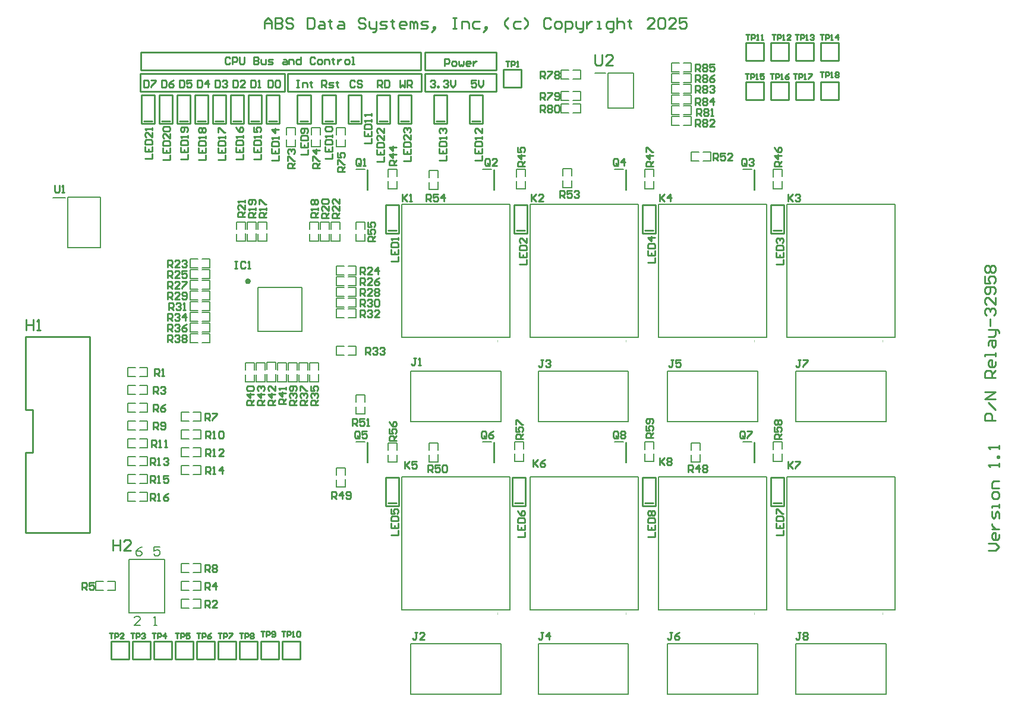
<source format=gto>
G04*
G04 #@! TF.GenerationSoftware,Altium Limited,Altium Designer,22.3.1 (43)*
G04*
G04 Layer_Color=65535*
%FSLAX25Y25*%
%MOIN*%
G70*
G04*
G04 #@! TF.SameCoordinates,DE08D283-0CB9-458E-8042-9F6044BD937B*
G04*
G04*
G04 #@! TF.FilePolarity,Positive*
G04*
G01*
G75*
%ADD10C,0.00394*%
%ADD11C,0.01575*%
%ADD12C,0.01000*%
%ADD13C,0.00500*%
%ADD14C,0.00787*%
%ADD15C,0.00800*%
D10*
X272000Y207646D02*
G03*
X272000Y207252I0J-197D01*
G01*
D02*
G03*
X272000Y207646I0J197D01*
G01*
X344000Y207252D02*
G03*
X344000Y207646I0J197D01*
G01*
D02*
G03*
X344000Y207252I0J-197D01*
G01*
X416000Y207646D02*
G03*
X416000Y207252I0J-197D01*
G01*
D02*
G03*
X416000Y207646I0J197D01*
G01*
X488000Y207252D02*
G03*
X488000Y207646I0J197D01*
G01*
D02*
G03*
X488000Y207252I0J-197D01*
G01*
X272000Y54646D02*
G03*
X272000Y54252I0J-197D01*
G01*
D02*
G03*
X272000Y54646I0J197D01*
G01*
X344000Y54252D02*
G03*
X344000Y54646I0J197D01*
G01*
D02*
G03*
X344000Y54252I0J-197D01*
G01*
X416000Y54646D02*
G03*
X416000Y54252I0J-197D01*
G01*
D02*
G03*
X416000Y54646I0J197D01*
G01*
X488000Y54252D02*
G03*
X488000Y54646I0J197D01*
G01*
D02*
G03*
X488000Y54252I0J-197D01*
G01*
D11*
X132650Y241063D02*
G03*
X132650Y241063I-787J0D01*
G01*
D12*
X231000Y347500D02*
X271000D01*
X231000Y357500D02*
X271000D01*
Y347500D02*
Y357500D01*
X231000Y347500D02*
Y357500D01*
Y359500D02*
X271000D01*
X231000Y369500D02*
X271000D01*
Y359500D02*
Y369500D01*
X231000Y359500D02*
Y369500D01*
X71750Y359500D02*
X228750D01*
X71750Y369500D02*
X228750D01*
Y359500D02*
Y369500D01*
X71750Y359500D02*
Y369500D01*
X154000Y347500D02*
X229000D01*
X154000Y357500D02*
X229000D01*
Y347500D02*
Y357500D01*
X154000Y347500D02*
Y357500D01*
X71500Y347500D02*
X152500D01*
X71500Y357500D02*
X152500D01*
Y347500D02*
Y357500D01*
X71500Y347500D02*
Y357500D01*
X11000Y165000D02*
Y169000D01*
X7000D02*
X11000D01*
X7000Y210000D02*
X43000D01*
Y100000D02*
Y210000D01*
X7000Y100000D02*
X43000D01*
X7000D02*
Y145000D01*
Y169000D02*
Y210000D01*
Y145000D02*
X11000D01*
Y165000D01*
X281500Y116500D02*
X286000D01*
X280000Y115000D02*
X287500D01*
Y131000D01*
X280000D02*
X287500D01*
X280000Y115000D02*
Y131000D01*
X281000Y268000D02*
Y284000D01*
X288500D01*
Y268000D02*
Y284000D01*
X281000Y268000D02*
X288500D01*
X282500Y269500D02*
X287000D01*
X425000Y268000D02*
Y284000D01*
X432500D01*
Y268000D02*
Y284000D01*
X425000Y268000D02*
X432500D01*
X426500Y269500D02*
X431000D01*
X353000Y268000D02*
Y284000D01*
X360500D01*
Y268000D02*
Y284000D01*
X353000Y268000D02*
X360500D01*
X354500Y269500D02*
X359000D01*
X237500Y331000D02*
X242000D01*
X236000Y329500D02*
X243500D01*
Y345500D01*
X236000D02*
X243500D01*
X236000Y329500D02*
Y345500D01*
X257500Y331000D02*
X262000D01*
X256000Y329500D02*
X263500D01*
Y345500D01*
X256000D02*
X263500D01*
X256000Y329500D02*
Y345500D01*
X189500Y331000D02*
X194000D01*
X188000Y329500D02*
X195500D01*
Y345500D01*
X188000D02*
X195500D01*
X188000Y329500D02*
Y345500D01*
X175000Y331000D02*
X179500D01*
X173500Y329500D02*
X181000D01*
Y345500D01*
X173500D02*
X181000D01*
X173500Y329500D02*
Y345500D01*
X161000Y331000D02*
X165500D01*
X159500Y329500D02*
X167000D01*
Y345500D01*
X159500D02*
X167000D01*
X159500Y329500D02*
Y345500D01*
X73500Y331000D02*
X78000D01*
X72000Y329500D02*
X79500D01*
Y345500D01*
X72000D02*
X79500D01*
X72000Y329500D02*
Y345500D01*
X83500Y331000D02*
X88000D01*
X82000Y329500D02*
X89500D01*
Y345500D01*
X82000D02*
X89500D01*
X82000Y329500D02*
Y345500D01*
X93500Y331000D02*
X98000D01*
X92000Y329500D02*
X99500D01*
Y345500D01*
X92000D02*
X99500D01*
X92000Y329500D02*
Y345500D01*
X103500Y331000D02*
X108000D01*
X102000Y329500D02*
X109500D01*
Y345500D01*
X102000D02*
X109500D01*
X102000Y329500D02*
Y345500D01*
X113500Y331000D02*
X118000D01*
X112000Y329500D02*
X119500D01*
Y345500D01*
X112000D02*
X119500D01*
X112000Y329500D02*
Y345500D01*
X123500Y331000D02*
X128000D01*
X122000Y329500D02*
X129500D01*
Y345500D01*
X122000D02*
X129500D01*
X122000Y329500D02*
Y345500D01*
X133500Y331000D02*
X138000D01*
X132000Y329500D02*
X139500D01*
Y345500D01*
X132000D02*
X139500D01*
X132000Y329500D02*
Y345500D01*
X143500Y331000D02*
X148000D01*
X142000Y329500D02*
X149500D01*
Y345500D01*
X142000D02*
X149500D01*
X142000Y329500D02*
Y345500D01*
X205500Y331000D02*
X210000D01*
X204000Y329500D02*
X211500D01*
Y345500D01*
X204000D02*
X211500D01*
X204000Y329500D02*
Y345500D01*
X217500Y331000D02*
X222000D01*
X216000Y329500D02*
X223500D01*
Y345500D01*
X216000D02*
X223500D01*
X216000Y329500D02*
Y345500D01*
X435000Y365000D02*
Y375000D01*
X425000Y365000D02*
X435000D01*
X425000D02*
Y375000D01*
X435000D01*
X433000Y365000D02*
X435000D01*
X421000D02*
Y375000D01*
X411000Y365000D02*
X421000D01*
X411000D02*
Y375000D01*
X421000D01*
X419000Y365000D02*
X421000D01*
X463000D02*
Y375000D01*
X453000Y365000D02*
X463000D01*
X453000D02*
Y375000D01*
X463000D01*
X461000Y365000D02*
X463000D01*
X449000D02*
Y375000D01*
X439000Y365000D02*
X449000D01*
X439000D02*
Y375000D01*
X449000D01*
X447000Y365000D02*
X449000D01*
X435000Y343000D02*
Y353000D01*
X425000Y343000D02*
X435000D01*
X425000D02*
Y353000D01*
X435000D01*
X433000Y343000D02*
X435000D01*
X421000D02*
Y353000D01*
X411000Y343000D02*
X421000D01*
X411000D02*
Y353000D01*
X421000D01*
X419000Y343000D02*
X421000D01*
X463000D02*
Y353000D01*
X453000Y343000D02*
X463000D01*
X453000D02*
Y353000D01*
X463000D01*
X461000Y343000D02*
X463000D01*
X449000D02*
Y353000D01*
X439000Y343000D02*
X449000D01*
X439000D02*
Y353000D01*
X449000D01*
X447000Y343000D02*
X449000D01*
X77000Y29000D02*
Y39000D01*
X67000Y29000D02*
X77000D01*
X67000D02*
Y39000D01*
X77000D01*
X75000Y29000D02*
X77000D01*
X65000D02*
Y39000D01*
X55000Y29000D02*
X65000D01*
X55000D02*
Y39000D01*
X65000D01*
X63000Y29000D02*
X65000D01*
X285000Y350000D02*
Y360000D01*
X275000Y350000D02*
X285000D01*
X275000D02*
Y360000D01*
X285000D01*
X283000Y350000D02*
X285000D01*
X89000Y29000D02*
Y39000D01*
X79000Y29000D02*
X89000D01*
X79000D02*
Y39000D01*
X89000D01*
X87000Y29000D02*
X89000D01*
X101000D02*
Y39000D01*
X91000Y29000D02*
X101000D01*
X91000D02*
Y39000D01*
X101000D01*
X99000Y29000D02*
X101000D01*
X125000D02*
Y39000D01*
X115000Y29000D02*
X125000D01*
X115000D02*
Y39000D01*
X125000D01*
X123000Y29000D02*
X125000D01*
X113000D02*
Y39000D01*
X103000Y29000D02*
X113000D01*
X103000D02*
Y39000D01*
X113000D01*
X111000Y29000D02*
X113000D01*
X149000D02*
Y39000D01*
X139000Y29000D02*
X149000D01*
X139000D02*
Y39000D01*
X149000D01*
X147000Y29000D02*
X149000D01*
X137000D02*
Y39000D01*
X127000Y29000D02*
X137000D01*
X127000D02*
Y39000D01*
X137000D01*
X135000Y29000D02*
X137000D01*
X161000D02*
Y39000D01*
X151000Y29000D02*
X161000D01*
X151000D02*
Y39000D01*
X161000D01*
X159000Y29000D02*
X161000D01*
X210500Y269500D02*
X215000D01*
X209000Y268000D02*
X216500D01*
Y284000D01*
X209000D02*
X216500D01*
X209000Y268000D02*
Y284000D01*
X426500Y116500D02*
X431000D01*
X425000Y115000D02*
X432500D01*
Y131000D01*
X425000D02*
X432500D01*
X425000Y115000D02*
Y131000D01*
X210500Y116500D02*
X215000D01*
X209000Y115000D02*
X216500D01*
Y131000D01*
X209000D02*
X216500D01*
X209000Y115000D02*
Y131000D01*
X354500Y116500D02*
X359000D01*
X353000Y115000D02*
X360500D01*
Y131000D01*
X353000D02*
X360500D01*
X353000Y115000D02*
Y131000D01*
X547002Y90000D02*
X551001D01*
X553000Y91999D01*
X551001Y93999D01*
X547002D01*
X553000Y98997D02*
Y96998D01*
X552000Y95998D01*
X550001D01*
X549001Y96998D01*
Y98997D01*
X550001Y99997D01*
X551001D01*
Y95998D01*
X549001Y101996D02*
X553000D01*
X551001D01*
X550001Y102996D01*
X549001Y103996D01*
Y104995D01*
X553000Y107994D02*
Y110993D01*
X552000Y111993D01*
X551001Y110993D01*
Y108994D01*
X550001Y107994D01*
X549001Y108994D01*
Y111993D01*
X553000Y113992D02*
Y115992D01*
Y114992D01*
X549001D01*
Y113992D01*
X553000Y119990D02*
Y121990D01*
X552000Y122989D01*
X550001D01*
X549001Y121990D01*
Y119990D01*
X550001Y118991D01*
X552000D01*
X553000Y119990D01*
Y124989D02*
X549001D01*
Y127988D01*
X550001Y128987D01*
X553000D01*
Y136985D02*
Y138984D01*
Y137985D01*
X547002D01*
X548002Y136985D01*
X553000Y141983D02*
X552000D01*
Y142983D01*
X553000D01*
Y141983D01*
Y146982D02*
Y148981D01*
Y147981D01*
X547002D01*
X548002Y146982D01*
X551001Y163000D02*
X545003D01*
Y165999D01*
X546002Y166999D01*
X548002D01*
X549001Y165999D01*
Y163000D01*
X551001Y168998D02*
X547002Y172997D01*
X551001Y174996D02*
X545003D01*
X551001Y178995D01*
X545003D01*
X551001Y186992D02*
X545003D01*
Y189991D01*
X546002Y190991D01*
X548002D01*
X549001Y189991D01*
Y186992D01*
Y188992D02*
X551001Y190991D01*
Y195989D02*
Y193990D01*
X550001Y192990D01*
X548002D01*
X547002Y193990D01*
Y195989D01*
X548002Y196989D01*
X549001D01*
Y192990D01*
X551001Y198988D02*
Y200988D01*
Y199988D01*
X545003D01*
Y198988D01*
X547002Y204986D02*
Y206986D01*
X548002Y207985D01*
X551001D01*
Y204986D01*
X550001Y203987D01*
X549001Y204986D01*
Y207985D01*
X547002Y209985D02*
X550001D01*
X551001Y210984D01*
Y213983D01*
X552000D01*
X553000Y212984D01*
Y211984D01*
X551001Y213983D02*
X547002D01*
X548002Y215983D02*
Y219982D01*
X546002Y221981D02*
X545003Y222981D01*
Y224980D01*
X546002Y225980D01*
X547002D01*
X548002Y224980D01*
Y223980D01*
Y224980D01*
X549001Y225980D01*
X550001D01*
X551001Y224980D01*
Y222981D01*
X550001Y221981D01*
X551001Y231978D02*
Y227979D01*
X547002Y231978D01*
X546002D01*
X545003Y230978D01*
Y228979D01*
X546002Y227979D01*
X550001Y233977D02*
X551001Y234977D01*
Y236976D01*
X550001Y237976D01*
X546002D01*
X545003Y236976D01*
Y234977D01*
X546002Y233977D01*
X547002D01*
X548002Y234977D01*
Y237976D01*
X545003Y243974D02*
Y239975D01*
X548002D01*
X547002Y241974D01*
Y242974D01*
X548002Y243974D01*
X550001D01*
X551001Y242974D01*
Y240975D01*
X550001Y239975D01*
X546002Y245973D02*
X545003Y246973D01*
Y248972D01*
X546002Y249972D01*
X547002D01*
X548002Y248972D01*
X549001Y249972D01*
X550001D01*
X551001Y248972D01*
Y246973D01*
X550001Y245973D01*
X549001D01*
X548002Y246973D01*
X547002Y245973D01*
X546002D01*
X548002Y246973D02*
Y248972D01*
X83500Y353999D02*
Y350000D01*
X85499D01*
X86166Y350666D01*
Y353332D01*
X85499Y353999D01*
X83500D01*
X90165D02*
X88832Y353332D01*
X87499Y351999D01*
Y350666D01*
X88165Y350000D01*
X89498D01*
X90165Y350666D01*
Y351333D01*
X89498Y351999D01*
X87499D01*
X113500Y353999D02*
Y350000D01*
X115499D01*
X116166Y350666D01*
Y353332D01*
X115499Y353999D01*
X113500D01*
X117499Y353332D02*
X118165Y353999D01*
X119498D01*
X120165Y353332D01*
Y352666D01*
X119498Y351999D01*
X118832D01*
X119498D01*
X120165Y351333D01*
Y350666D01*
X119498Y350000D01*
X118165D01*
X117499Y350666D01*
X93500Y353999D02*
Y350000D01*
X95499D01*
X96166Y350666D01*
Y353332D01*
X95499Y353999D01*
X93500D01*
X100164D02*
X97499D01*
Y351999D01*
X98832Y352666D01*
X99498D01*
X100164Y351999D01*
Y350666D01*
X99498Y350000D01*
X98165D01*
X97499Y350666D01*
X103500Y353999D02*
Y350000D01*
X105499D01*
X106166Y350666D01*
Y353332D01*
X105499Y353999D01*
X103500D01*
X109498Y350000D02*
Y353999D01*
X107499Y351999D01*
X110164D01*
X73500Y353999D02*
Y350000D01*
X75499D01*
X76166Y350666D01*
Y353332D01*
X75499Y353999D01*
X73500D01*
X77499D02*
X80164D01*
Y353332D01*
X77499Y350666D01*
Y350000D01*
X159000Y353999D02*
X160333D01*
X159667D01*
Y350000D01*
X159000D01*
X160333D01*
X162332D02*
Y352666D01*
X164332D01*
X164998Y351999D01*
Y350000D01*
X166997Y353332D02*
Y352666D01*
X166331D01*
X167664D01*
X166997D01*
Y350666D01*
X167664Y350000D01*
X143000Y353999D02*
Y350000D01*
X144999D01*
X145666Y350666D01*
Y353332D01*
X144999Y353999D01*
X143000D01*
X146999Y353332D02*
X147665Y353999D01*
X148998D01*
X149664Y353332D01*
Y350666D01*
X148998Y350000D01*
X147665D01*
X146999Y350666D01*
Y353332D01*
X133500Y353999D02*
Y350000D01*
X135499D01*
X136166Y350666D01*
Y353332D01*
X135499Y353999D01*
X133500D01*
X137499Y350000D02*
X138832D01*
X138165D01*
Y353999D01*
X137499Y353332D01*
X123500Y353999D02*
Y350000D01*
X125499D01*
X126166Y350666D01*
Y353332D01*
X125499Y353999D01*
X123500D01*
X130165Y350000D02*
X127499D01*
X130165Y352666D01*
Y353332D01*
X129498Y353999D01*
X128165D01*
X127499Y353332D01*
X141000Y382999D02*
Y386998D01*
X142999Y388997D01*
X144999Y386998D01*
Y382999D01*
Y385998D01*
X141000D01*
X146998Y388997D02*
Y382999D01*
X149997D01*
X150997Y383999D01*
Y384999D01*
X149997Y385998D01*
X146998D01*
X149997D01*
X150997Y386998D01*
Y387998D01*
X149997Y388997D01*
X146998D01*
X156995Y387998D02*
X155995Y388997D01*
X153996D01*
X152996Y387998D01*
Y386998D01*
X153996Y385998D01*
X155995D01*
X156995Y384999D01*
Y383999D01*
X155995Y382999D01*
X153996D01*
X152996Y383999D01*
X164992Y388997D02*
Y382999D01*
X167991D01*
X168991Y383999D01*
Y387998D01*
X167991Y388997D01*
X164992D01*
X171990Y386998D02*
X173989D01*
X174989Y385998D01*
Y382999D01*
X171990D01*
X170990Y383999D01*
X171990Y384999D01*
X174989D01*
X177988Y387998D02*
Y386998D01*
X176988D01*
X178988D01*
X177988D01*
Y383999D01*
X178988Y382999D01*
X182986Y386998D02*
X184986D01*
X185985Y385998D01*
Y382999D01*
X182986D01*
X181987Y383999D01*
X182986Y384999D01*
X185985D01*
X197982Y387998D02*
X196982Y388997D01*
X194983D01*
X193983Y387998D01*
Y386998D01*
X194983Y385998D01*
X196982D01*
X197982Y384999D01*
Y383999D01*
X196982Y382999D01*
X194983D01*
X193983Y383999D01*
X199981Y386998D02*
Y383999D01*
X200981Y382999D01*
X203980D01*
Y382000D01*
X202980Y381000D01*
X201980D01*
X203980Y382999D02*
Y386998D01*
X205979Y382999D02*
X208978D01*
X209978Y383999D01*
X208978Y384999D01*
X206979D01*
X205979Y385998D01*
X206979Y386998D01*
X209978D01*
X212977Y387998D02*
Y386998D01*
X211977D01*
X213976D01*
X212977D01*
Y383999D01*
X213976Y382999D01*
X219974D02*
X217975D01*
X216975Y383999D01*
Y385998D01*
X217975Y386998D01*
X219974D01*
X220974Y385998D01*
Y384999D01*
X216975D01*
X222973Y382999D02*
Y386998D01*
X223973D01*
X224973Y385998D01*
Y382999D01*
Y385998D01*
X225973Y386998D01*
X226972Y385998D01*
Y382999D01*
X228972D02*
X231971D01*
X232970Y383999D01*
X231971Y384999D01*
X229971D01*
X228972Y385998D01*
X229971Y386998D01*
X232970D01*
X235969Y382000D02*
X236969Y382999D01*
Y383999D01*
X235969D01*
Y382999D01*
X236969D01*
X235969Y382000D01*
X234970Y381000D01*
X246966Y388997D02*
X248965D01*
X247965D01*
Y382999D01*
X246966D01*
X248965D01*
X251964D02*
Y386998D01*
X254963D01*
X255963Y385998D01*
Y382999D01*
X261961Y386998D02*
X258962D01*
X257962Y385998D01*
Y383999D01*
X258962Y382999D01*
X261961D01*
X264960Y382000D02*
X265960Y382999D01*
Y383999D01*
X264960D01*
Y382999D01*
X265960D01*
X264960Y382000D01*
X263960Y381000D01*
X277956Y382999D02*
X275956Y384999D01*
Y386998D01*
X277956Y388997D01*
X284953Y386998D02*
X281954D01*
X280955Y385998D01*
Y383999D01*
X281954Y382999D01*
X284953D01*
X286953D02*
X288952Y384999D01*
Y386998D01*
X286953Y388997D01*
X301948Y387998D02*
X300948Y388997D01*
X298949D01*
X297949Y387998D01*
Y383999D01*
X298949Y382999D01*
X300948D01*
X301948Y383999D01*
X304947Y382999D02*
X306946D01*
X307946Y383999D01*
Y385998D01*
X306946Y386998D01*
X304947D01*
X303947Y385998D01*
Y383999D01*
X304947Y382999D01*
X309945Y381000D02*
Y386998D01*
X312944D01*
X313944Y385998D01*
Y383999D01*
X312944Y382999D01*
X309945D01*
X315943Y386998D02*
Y383999D01*
X316943Y382999D01*
X319942D01*
Y382000D01*
X318942Y381000D01*
X317943D01*
X319942Y382999D02*
Y386998D01*
X321941D02*
Y382999D01*
Y384999D01*
X322941Y385998D01*
X323941Y386998D01*
X324940D01*
X327940Y382999D02*
X329939D01*
X328939D01*
Y386998D01*
X327940D01*
X334937Y381000D02*
X335937D01*
X336937Y382000D01*
Y386998D01*
X333938D01*
X332938Y385998D01*
Y383999D01*
X333938Y382999D01*
X336937D01*
X338936Y388997D02*
Y382999D01*
Y385998D01*
X339936Y386998D01*
X341935D01*
X342935Y385998D01*
Y382999D01*
X345934Y387998D02*
Y386998D01*
X344934D01*
X346933D01*
X345934D01*
Y383999D01*
X346933Y382999D01*
X359929D02*
X355930D01*
X359929Y386998D01*
Y387998D01*
X358929Y388997D01*
X356930D01*
X355930Y387998D01*
X361929D02*
X362928Y388997D01*
X364928D01*
X365927Y387998D01*
Y383999D01*
X364928Y382999D01*
X362928D01*
X361929Y383999D01*
Y387998D01*
X371925Y382999D02*
X367927D01*
X371925Y386998D01*
Y387998D01*
X370926Y388997D01*
X368926D01*
X367927Y387998D01*
X377923Y388997D02*
X373925D01*
Y385998D01*
X375924Y386998D01*
X376924D01*
X377923Y385998D01*
Y383999D01*
X376924Y382999D01*
X374924D01*
X373925Y383999D01*
X217000Y353999D02*
Y350000D01*
X218333Y351333D01*
X219666Y350000D01*
Y353999D01*
X220999Y350000D02*
Y353999D01*
X222998D01*
X223664Y353332D01*
Y351999D01*
X222998Y351333D01*
X220999D01*
X222332D02*
X223664Y350000D01*
X173000D02*
Y353999D01*
X174999D01*
X175666Y353332D01*
Y351999D01*
X174999Y351333D01*
X173000D01*
X174333D02*
X175666Y350000D01*
X176999D02*
X178998D01*
X179665Y350666D01*
X178998Y351333D01*
X177665D01*
X176999Y351999D01*
X177665Y352666D01*
X179665D01*
X181664Y353332D02*
Y352666D01*
X180997D01*
X182330D01*
X181664D01*
Y350666D01*
X182330Y350000D01*
X191666Y353332D02*
X190999Y353999D01*
X189666D01*
X189000Y353332D01*
Y350666D01*
X189666Y350000D01*
X190999D01*
X191666Y350666D01*
X195665Y353332D02*
X194998Y353999D01*
X193665D01*
X192999Y353332D01*
Y352666D01*
X193665Y351999D01*
X194998D01*
X195665Y351333D01*
Y350666D01*
X194998Y350000D01*
X193665D01*
X192999Y350666D01*
X121666Y366332D02*
X120999Y366999D01*
X119667D01*
X119000Y366332D01*
Y363666D01*
X119667Y363000D01*
X120999D01*
X121666Y363666D01*
X122999Y363000D02*
Y366999D01*
X124998D01*
X125664Y366332D01*
Y364999D01*
X124998Y364333D01*
X122999D01*
X126997Y366999D02*
Y363666D01*
X127664Y363000D01*
X128997D01*
X129663Y363666D01*
Y366999D01*
X134995D02*
Y363000D01*
X136994D01*
X137661Y363666D01*
Y364333D01*
X136994Y364999D01*
X134995D01*
X136994D01*
X137661Y365666D01*
Y366332D01*
X136994Y366999D01*
X134995D01*
X138994Y365666D02*
Y363666D01*
X139660Y363000D01*
X141659D01*
Y365666D01*
X142992Y363000D02*
X144992D01*
X145658Y363666D01*
X144992Y364333D01*
X143659D01*
X142992Y364999D01*
X143659Y365666D01*
X145658D01*
X151656D02*
X152989D01*
X153656Y364999D01*
Y363000D01*
X151656D01*
X150990Y363666D01*
X151656Y364333D01*
X153656D01*
X154988Y363000D02*
Y365666D01*
X156988D01*
X157654Y364999D01*
Y363000D01*
X161653Y366999D02*
Y363000D01*
X159653D01*
X158987Y363666D01*
Y364999D01*
X159653Y365666D01*
X161653D01*
X169650Y366332D02*
X168984Y366999D01*
X167651D01*
X166984Y366332D01*
Y363666D01*
X167651Y363000D01*
X168984D01*
X169650Y363666D01*
X171650Y363000D02*
X172983D01*
X173649Y363666D01*
Y364999D01*
X172983Y365666D01*
X171650D01*
X170983Y364999D01*
Y363666D01*
X171650Y363000D01*
X174982D02*
Y365666D01*
X176981D01*
X177648Y364999D01*
Y363000D01*
X179647Y366332D02*
Y365666D01*
X178981D01*
X180314D01*
X179647D01*
Y363666D01*
X180314Y363000D01*
X182313Y365666D02*
Y363000D01*
Y364333D01*
X182979Y364999D01*
X183646Y365666D01*
X184312D01*
X186978Y363000D02*
X188311D01*
X188977Y363666D01*
Y364999D01*
X188311Y365666D01*
X186978D01*
X186312Y364999D01*
Y363666D01*
X186978Y363000D01*
X190310D02*
X191643D01*
X190977D01*
Y366999D01*
X190310D01*
X204500Y350000D02*
Y353999D01*
X206499D01*
X207166Y353332D01*
Y351999D01*
X206499Y351333D01*
X204500D01*
X205833D02*
X207166Y350000D01*
X208499Y353999D02*
Y350000D01*
X210498D01*
X211164Y350666D01*
Y353332D01*
X210498Y353999D01*
X208499D01*
X242000Y362000D02*
Y365999D01*
X243999D01*
X244666Y365332D01*
Y363999D01*
X243999Y363333D01*
X242000D01*
X246665Y362000D02*
X247998D01*
X248664Y362666D01*
Y363999D01*
X247998Y364666D01*
X246665D01*
X245999Y363999D01*
Y362666D01*
X246665Y362000D01*
X249997Y364666D02*
Y362666D01*
X250664Y362000D01*
X251330Y362666D01*
X251997Y362000D01*
X252663Y362666D01*
Y364666D01*
X255995Y362000D02*
X254663D01*
X253996Y362666D01*
Y363999D01*
X254663Y364666D01*
X255995D01*
X256662Y363999D01*
Y363333D01*
X253996D01*
X257995Y364666D02*
Y362000D01*
Y363333D01*
X258661Y363999D01*
X259328Y364666D01*
X259994D01*
X259666Y353999D02*
X257000D01*
Y351999D01*
X258333Y352666D01*
X258999D01*
X259666Y351999D01*
Y350666D01*
X258999Y350000D01*
X257666D01*
X257000Y350666D01*
X260999Y353999D02*
Y351333D01*
X262332Y350000D01*
X263665Y351333D01*
Y353999D01*
X234000Y353332D02*
X234666Y353999D01*
X235999D01*
X236666Y353332D01*
Y352666D01*
X235999Y351999D01*
X235333D01*
X235999D01*
X236666Y351333D01*
Y350666D01*
X235999Y350000D01*
X234666D01*
X234000Y350666D01*
X237999Y350000D02*
Y350666D01*
X238665D01*
Y350000D01*
X237999D01*
X241331Y353332D02*
X241997Y353999D01*
X243330D01*
X243997Y353332D01*
Y352666D01*
X243330Y351999D01*
X242664D01*
X243330D01*
X243997Y351333D01*
Y350666D01*
X243330Y350000D01*
X241997D01*
X241331Y350666D01*
X245330Y353999D02*
Y351333D01*
X246663Y350000D01*
X247995Y351333D01*
Y353999D01*
X202999Y263668D02*
X199001D01*
Y265668D01*
X199667Y266334D01*
X201000D01*
X201666Y265668D01*
Y263668D01*
Y265001D02*
X202999Y266334D01*
X199001Y270333D02*
Y267667D01*
X201000D01*
X200333Y269000D01*
Y269667D01*
X201000Y270333D01*
X202333D01*
X202999Y269667D01*
Y268334D01*
X202333Y267667D01*
X199001Y274332D02*
Y271666D01*
X201000D01*
X200333Y272999D01*
Y273665D01*
X201000Y274332D01*
X202333D01*
X202999Y273665D01*
Y272332D01*
X202333Y271666D01*
X231668Y286001D02*
Y289999D01*
X233668D01*
X234334Y289333D01*
Y288000D01*
X233668Y287334D01*
X231668D01*
X233001D02*
X234334Y286001D01*
X238333Y289999D02*
X235667D01*
Y288000D01*
X237000Y288666D01*
X237666D01*
X238333Y288000D01*
Y286667D01*
X237666Y286001D01*
X236334D01*
X235667Y286667D01*
X241665Y286001D02*
Y289999D01*
X239666Y288000D01*
X242332D01*
X306668Y287851D02*
Y291850D01*
X308668D01*
X309334Y291183D01*
Y289850D01*
X308668Y289184D01*
X306668D01*
X308001D02*
X309334Y287851D01*
X313333Y291850D02*
X310667D01*
Y289850D01*
X312000Y290517D01*
X312666D01*
X313333Y289850D01*
Y288517D01*
X312666Y287851D01*
X311334D01*
X310667Y288517D01*
X314666Y291183D02*
X315332Y291850D01*
X316665D01*
X317332Y291183D01*
Y290517D01*
X316665Y289850D01*
X315999D01*
X316665D01*
X317332Y289184D01*
Y288517D01*
X316665Y287851D01*
X315332D01*
X314666Y288517D01*
X392668Y309001D02*
Y312999D01*
X394668D01*
X395334Y312333D01*
Y311000D01*
X394668Y310334D01*
X392668D01*
X394001D02*
X395334Y309001D01*
X399333Y312999D02*
X396667D01*
Y311000D01*
X398000Y311666D01*
X398666D01*
X399333Y311000D01*
Y309667D01*
X398666Y309001D01*
X397334D01*
X396667Y309667D01*
X403332Y309001D02*
X400666D01*
X403332Y311666D01*
Y312333D01*
X402665Y312999D01*
X401332D01*
X400666Y312333D01*
X190335Y160001D02*
Y163999D01*
X192334D01*
X193001Y163333D01*
Y162000D01*
X192334Y161334D01*
X190335D01*
X191668D02*
X193001Y160001D01*
X196999Y163999D02*
X194334D01*
Y162000D01*
X195667Y162666D01*
X196333D01*
X196999Y162000D01*
Y160667D01*
X196333Y160001D01*
X195000D01*
X194334Y160667D01*
X198332Y160001D02*
X199665D01*
X198999D01*
Y163999D01*
X198332Y163333D01*
X232668Y134001D02*
Y137999D01*
X234668D01*
X235334Y137333D01*
Y136000D01*
X234668Y135334D01*
X232668D01*
X234001D02*
X235334Y134001D01*
X239333Y137999D02*
X236667D01*
Y136000D01*
X238000Y136667D01*
X238666D01*
X239333Y136000D01*
Y134667D01*
X238666Y134001D01*
X237334D01*
X236667Y134667D01*
X240666Y137333D02*
X241332Y137999D01*
X242665D01*
X243332Y137333D01*
Y134667D01*
X242665Y134001D01*
X241332D01*
X240666Y134667D01*
Y137333D01*
X178668Y119001D02*
Y122999D01*
X180668D01*
X181334Y122333D01*
Y121000D01*
X180668Y120334D01*
X178668D01*
X180001D02*
X181334Y119001D01*
X184667D02*
Y122999D01*
X182667Y121000D01*
X185333D01*
X186666Y119667D02*
X187332Y119001D01*
X188665D01*
X189332Y119667D01*
Y122333D01*
X188665Y122999D01*
X187332D01*
X186666Y122333D01*
Y121667D01*
X187332Y121000D01*
X189332D01*
X378668Y134001D02*
Y137999D01*
X380668D01*
X381334Y137333D01*
Y136000D01*
X380668Y135334D01*
X378668D01*
X380001D02*
X381334Y134001D01*
X384666D02*
Y137999D01*
X382667Y136000D01*
X385333D01*
X386666Y137333D02*
X387332Y137999D01*
X388665D01*
X389332Y137333D01*
Y136667D01*
X388665Y136000D01*
X389332Y135334D01*
Y134667D01*
X388665Y134001D01*
X387332D01*
X386666Y134667D01*
Y135334D01*
X387332Y136000D01*
X386666Y136667D01*
Y137333D01*
X387332Y136000D02*
X388665D01*
X441834Y43999D02*
X440501D01*
X441167D01*
Y40667D01*
X440501Y40001D01*
X439834D01*
X439168Y40667D01*
X443166Y43333D02*
X443833Y43999D01*
X445166D01*
X445832Y43333D01*
Y42666D01*
X445166Y42000D01*
X445832Y41334D01*
Y40667D01*
X445166Y40001D01*
X443833D01*
X443166Y40667D01*
Y41334D01*
X443833Y42000D01*
X443166Y42666D01*
Y43333D01*
X443833Y42000D02*
X445166D01*
X369834Y43999D02*
X368501D01*
X369167D01*
Y40667D01*
X368501Y40001D01*
X367834D01*
X367168Y40667D01*
X373832Y43999D02*
X372499Y43333D01*
X371166Y42000D01*
Y40667D01*
X371833Y40001D01*
X373166D01*
X373832Y40667D01*
Y41334D01*
X373166Y42000D01*
X371166D01*
X297334Y43999D02*
X296001D01*
X296667D01*
Y40667D01*
X296001Y40001D01*
X295334D01*
X294668Y40667D01*
X300666Y40001D02*
Y43999D01*
X298667Y42000D01*
X301332D01*
X226834Y43999D02*
X225501D01*
X226167D01*
Y40667D01*
X225501Y40001D01*
X224834D01*
X224168Y40667D01*
X230832Y40001D02*
X228167D01*
X230832Y42666D01*
Y43333D01*
X230166Y43999D01*
X228833D01*
X228167Y43333D01*
X441834Y196999D02*
X440501D01*
X441167D01*
Y193667D01*
X440501Y193001D01*
X439834D01*
X439168Y193667D01*
X443166Y196999D02*
X445832D01*
Y196333D01*
X443166Y193667D01*
Y193001D01*
X370334Y196999D02*
X369001D01*
X369667D01*
Y193667D01*
X369001Y193001D01*
X368334D01*
X367668Y193667D01*
X374332Y196999D02*
X371667D01*
Y195000D01*
X372999Y195667D01*
X373666D01*
X374332Y195000D01*
Y193667D01*
X373666Y193001D01*
X372333D01*
X371667Y193667D01*
X297334Y196999D02*
X296001D01*
X296667D01*
Y193667D01*
X296001Y193001D01*
X295334D01*
X294668Y193667D01*
X298667Y196333D02*
X299333Y196999D01*
X300666D01*
X301332Y196333D01*
Y195667D01*
X300666Y195000D01*
X299999D01*
X300666D01*
X301332Y194334D01*
Y193667D01*
X300666Y193001D01*
X299333D01*
X298667Y193667D01*
X226000Y197999D02*
X224667D01*
X225334D01*
Y194667D01*
X224667Y194001D01*
X224001D01*
X223334Y194667D01*
X227333Y194001D02*
X228666D01*
X227999D01*
Y197999D01*
X227333Y197333D01*
X7450Y219448D02*
Y213450D01*
Y216449D01*
X11449D01*
Y219448D01*
Y213450D01*
X13448D02*
X15447D01*
X14448D01*
Y219448D01*
X13448Y218448D01*
X326450Y368148D02*
Y363150D01*
X327450Y362150D01*
X329449D01*
X330449Y363150D01*
Y368148D01*
X336447Y362150D02*
X332448D01*
X336447Y366149D01*
Y367148D01*
X335447Y368148D01*
X333448D01*
X332448Y367148D01*
X56002Y95999D02*
Y90001D01*
Y93000D01*
X60000D01*
Y95999D01*
Y90001D01*
X65998D02*
X62000D01*
X65998Y94000D01*
Y94999D01*
X64999Y95999D01*
X62999D01*
X62000Y94999D01*
X23334Y294999D02*
Y291667D01*
X24001Y291001D01*
X25333D01*
X26000Y291667D01*
Y294999D01*
X27333Y291001D02*
X28666D01*
X27999D01*
Y294999D01*
X27333Y294333D01*
X434668Y139999D02*
Y136001D01*
Y137334D01*
X437334Y139999D01*
X435334Y138000D01*
X437334Y136001D01*
X438666Y139999D02*
X441332D01*
Y139333D01*
X438666Y136667D01*
Y136001D01*
X362668Y141999D02*
Y138001D01*
Y139333D01*
X365334Y141999D01*
X363334Y140000D01*
X365334Y138001D01*
X366667Y141333D02*
X367333Y141999D01*
X368666D01*
X369332Y141333D01*
Y140666D01*
X368666Y140000D01*
X369332Y139333D01*
Y138667D01*
X368666Y138001D01*
X367333D01*
X366667Y138667D01*
Y139333D01*
X367333Y140000D01*
X366667Y140666D01*
Y141333D01*
X367333Y140000D02*
X368666D01*
X291668Y140999D02*
Y137001D01*
Y138333D01*
X294334Y140999D01*
X292334Y139000D01*
X294334Y137001D01*
X298332Y140999D02*
X296999Y140333D01*
X295667Y139000D01*
Y137667D01*
X296333Y137001D01*
X297666D01*
X298332Y137667D01*
Y138333D01*
X297666Y139000D01*
X295667D01*
X219668Y139999D02*
Y136001D01*
Y137334D01*
X222334Y139999D01*
X220334Y138000D01*
X222334Y136001D01*
X226332Y139999D02*
X223667D01*
Y138000D01*
X224999Y138666D01*
X225666D01*
X226332Y138000D01*
Y136667D01*
X225666Y136001D01*
X224333D01*
X223667Y136667D01*
X434668Y289999D02*
Y286001D01*
Y287334D01*
X437334Y289999D01*
X435334Y288000D01*
X437334Y286001D01*
X438666Y289333D02*
X439333Y289999D01*
X440666D01*
X441332Y289333D01*
Y288666D01*
X440666Y288000D01*
X439999D01*
X440666D01*
X441332Y287334D01*
Y286667D01*
X440666Y286001D01*
X439333D01*
X438666Y286667D01*
X362668Y289999D02*
Y286001D01*
Y287334D01*
X365334Y289999D01*
X363334Y288000D01*
X365334Y286001D01*
X368666D02*
Y289999D01*
X366667Y288000D01*
X369332D01*
X290668Y289999D02*
Y286001D01*
Y287334D01*
X293334Y289999D01*
X291334Y288000D01*
X293334Y286001D01*
X297332D02*
X294667D01*
X297332Y288666D01*
Y289333D01*
X296666Y289999D01*
X295333D01*
X294667Y289333D01*
X218334Y289999D02*
Y286001D01*
Y287334D01*
X221000Y289999D01*
X219001Y288000D01*
X221000Y286001D01*
X222333D02*
X223666D01*
X222999D01*
Y289999D01*
X222333Y289333D01*
X358999Y153168D02*
X355001D01*
Y155168D01*
X355667Y155834D01*
X357000D01*
X357666Y155168D01*
Y153168D01*
Y154501D02*
X358999Y155834D01*
X355001Y159833D02*
Y157167D01*
X357000D01*
X356333Y158500D01*
Y159167D01*
X357000Y159833D01*
X358333D01*
X358999Y159167D01*
Y157834D01*
X358333Y157167D01*
Y161166D02*
X358999Y161832D01*
Y163165D01*
X358333Y163832D01*
X355667D01*
X355001Y163165D01*
Y161832D01*
X355667Y161166D01*
X356333D01*
X357000Y161832D01*
Y163832D01*
X430999Y152668D02*
X427001D01*
Y154668D01*
X427667Y155334D01*
X429000D01*
X429666Y154668D01*
Y152668D01*
Y154001D02*
X430999Y155334D01*
X427001Y159333D02*
Y156667D01*
X429000D01*
X428334Y158000D01*
Y158667D01*
X429000Y159333D01*
X430333D01*
X430999Y158667D01*
Y157334D01*
X430333Y156667D01*
X427667Y160666D02*
X427001Y161332D01*
Y162665D01*
X427667Y163332D01*
X428334D01*
X429000Y162665D01*
X429666Y163332D01*
X430333D01*
X430999Y162665D01*
Y161332D01*
X430333Y160666D01*
X429666D01*
X429000Y161332D01*
X428334Y160666D01*
X427667D01*
X429000Y161332D02*
Y162665D01*
X285999Y152668D02*
X282001D01*
Y154668D01*
X282667Y155334D01*
X284000D01*
X284666Y154668D01*
Y152668D01*
Y154001D02*
X285999Y155334D01*
X282001Y159333D02*
Y156667D01*
X284000D01*
X283334Y158000D01*
Y158667D01*
X284000Y159333D01*
X285333D01*
X285999Y158667D01*
Y157334D01*
X285333Y156667D01*
X282001Y160666D02*
Y163332D01*
X282667D01*
X285333Y160666D01*
X285999D01*
X214999Y151668D02*
X211001D01*
Y153668D01*
X211667Y154334D01*
X213000D01*
X213666Y153668D01*
Y151668D01*
Y153001D02*
X214999Y154334D01*
X211001Y158333D02*
Y155667D01*
X213000D01*
X212333Y157000D01*
Y157667D01*
X213000Y158333D01*
X214333D01*
X214999Y157667D01*
Y156334D01*
X214333Y155667D01*
X211001Y162332D02*
X211667Y160999D01*
X213000Y159666D01*
X214333D01*
X214999Y160332D01*
Y161665D01*
X214333Y162332D01*
X213666D01*
X213000Y161665D01*
Y159666D01*
X358999Y305668D02*
X355001D01*
Y307668D01*
X355667Y308334D01*
X357000D01*
X357666Y307668D01*
Y305668D01*
Y307001D02*
X358999Y308334D01*
Y311666D02*
X355001D01*
X357000Y309667D01*
Y312333D01*
X355001Y313666D02*
Y316332D01*
X355667D01*
X358333Y313666D01*
X358999D01*
X430999Y305668D02*
X427001D01*
Y307668D01*
X427667Y308334D01*
X429000D01*
X429666Y307668D01*
Y305668D01*
Y307001D02*
X430999Y308334D01*
Y311666D02*
X427001D01*
X429000Y309667D01*
Y312333D01*
X427001Y316332D02*
X427667Y314999D01*
X429000Y313666D01*
X430333D01*
X430999Y314332D01*
Y315665D01*
X430333Y316332D01*
X429666D01*
X429000Y315665D01*
Y313666D01*
X286999Y305668D02*
X283001D01*
Y307668D01*
X283667Y308334D01*
X285000D01*
X285666Y307668D01*
Y305668D01*
Y307001D02*
X286999Y308334D01*
Y311666D02*
X283001D01*
X285000Y309667D01*
Y312333D01*
X283001Y316332D02*
Y313666D01*
X285000D01*
X284333Y314999D01*
Y315665D01*
X285000Y316332D01*
X286333D01*
X286999Y315665D01*
Y314332D01*
X286333Y313666D01*
X283001Y97669D02*
X286999D01*
Y100335D01*
X283001Y104333D02*
Y101668D01*
X286999D01*
Y104333D01*
X285000Y101668D02*
Y103001D01*
X283001Y105666D02*
X286999D01*
Y107666D01*
X286333Y108332D01*
X283667D01*
X283001Y107666D01*
Y105666D01*
Y112331D02*
X283667Y110998D01*
X285000Y109665D01*
X286333D01*
X286999Y110332D01*
Y111664D01*
X286333Y112331D01*
X285666D01*
X285000Y111664D01*
Y109665D01*
X124542Y252314D02*
X125875D01*
X125208D01*
Y248316D01*
X124542D01*
X125875D01*
X130540Y251648D02*
X129874Y252314D01*
X128541D01*
X127874Y251648D01*
Y248982D01*
X128541Y248316D01*
X129874D01*
X130540Y248982D01*
X131873Y248316D02*
X133206D01*
X132539D01*
Y252314D01*
X131873Y251648D01*
X214999Y306168D02*
X211001D01*
Y308168D01*
X211667Y308834D01*
X213000D01*
X213666Y308168D01*
Y306168D01*
Y307501D02*
X214999Y308834D01*
Y312167D02*
X211001D01*
X213000Y310167D01*
Y312833D01*
X214999Y316165D02*
X211001D01*
X213000Y314166D01*
Y316832D01*
X452752Y358500D02*
X454751D01*
X453751D01*
Y355501D01*
X455751D02*
Y358500D01*
X457250D01*
X457750Y358000D01*
Y357000D01*
X457250Y356500D01*
X455751D01*
X458750Y355501D02*
X459749D01*
X459250D01*
Y358500D01*
X458750Y358000D01*
X461249D02*
X461749Y358500D01*
X462748D01*
X463248Y358000D01*
Y357500D01*
X462748Y357000D01*
X463248Y356500D01*
Y356000D01*
X462748Y355501D01*
X461749D01*
X461249Y356000D01*
Y356500D01*
X461749Y357000D01*
X461249Y357500D01*
Y358000D01*
X461749Y357000D02*
X462748D01*
X437752Y357500D02*
X439751D01*
X438751D01*
Y354501D01*
X440751D02*
Y357500D01*
X442250D01*
X442750Y357000D01*
Y356000D01*
X442250Y355500D01*
X440751D01*
X443750Y354501D02*
X444749D01*
X444250D01*
Y357500D01*
X443750Y357000D01*
X446249Y357500D02*
X448248D01*
Y357000D01*
X446249Y355000D01*
Y354501D01*
X424752Y357500D02*
X426751D01*
X425751D01*
Y354501D01*
X427751D02*
Y357500D01*
X429250D01*
X429750Y357000D01*
Y356000D01*
X429250Y355500D01*
X427751D01*
X430750Y354501D02*
X431749D01*
X431250D01*
Y357500D01*
X430750Y357000D01*
X435248Y357500D02*
X434249Y357000D01*
X433249Y356000D01*
Y355000D01*
X433749Y354501D01*
X434749D01*
X435248Y355000D01*
Y355500D01*
X434749Y356000D01*
X433249D01*
X410752Y357500D02*
X412751D01*
X411751D01*
Y354501D01*
X413751D02*
Y357500D01*
X415250D01*
X415750Y357000D01*
Y356000D01*
X415250Y355500D01*
X413751D01*
X416750Y354501D02*
X417749D01*
X417250D01*
Y357500D01*
X416750Y357000D01*
X421248Y357500D02*
X419249D01*
Y356000D01*
X420249Y356500D01*
X420749D01*
X421248Y356000D01*
Y355000D01*
X420749Y354501D01*
X419749D01*
X419249Y355000D01*
X452752Y379500D02*
X454751D01*
X453751D01*
Y376501D01*
X455751D02*
Y379500D01*
X457250D01*
X457750Y379000D01*
Y378000D01*
X457250Y377500D01*
X455751D01*
X458750Y376501D02*
X459749D01*
X459250D01*
Y379500D01*
X458750Y379000D01*
X462748Y376501D02*
Y379500D01*
X461249Y378000D01*
X463248D01*
X438752Y379500D02*
X440751D01*
X439751D01*
Y376501D01*
X441751D02*
Y379500D01*
X443250D01*
X443750Y379000D01*
Y378000D01*
X443250Y377500D01*
X441751D01*
X444750Y376501D02*
X445749D01*
X445250D01*
Y379500D01*
X444750Y379000D01*
X447249D02*
X447749Y379500D01*
X448748D01*
X449248Y379000D01*
Y378500D01*
X448748Y378000D01*
X448249D01*
X448748D01*
X449248Y377500D01*
Y377000D01*
X448748Y376501D01*
X447749D01*
X447249Y377000D01*
X425752Y379500D02*
X427751D01*
X426751D01*
Y376501D01*
X428751D02*
Y379500D01*
X430250D01*
X430750Y379000D01*
Y378000D01*
X430250Y377500D01*
X428751D01*
X431750Y376501D02*
X432749D01*
X432250D01*
Y379500D01*
X431750Y379000D01*
X436248Y376501D02*
X434249D01*
X436248Y378500D01*
Y379000D01*
X435748Y379500D01*
X434749D01*
X434249Y379000D01*
X411251Y379500D02*
X413251D01*
X412251D01*
Y376501D01*
X414251D02*
Y379500D01*
X415750D01*
X416250Y379000D01*
Y378000D01*
X415750Y377500D01*
X414251D01*
X417250Y376501D02*
X418249D01*
X417749D01*
Y379500D01*
X417250Y379000D01*
X419749Y376501D02*
X420749D01*
X420249D01*
Y379500D01*
X419749Y379000D01*
X150752Y44499D02*
X152751D01*
X151751D01*
Y41500D01*
X153751D02*
Y44499D01*
X155250D01*
X155750Y44000D01*
Y43000D01*
X155250Y42500D01*
X153751D01*
X156750Y41500D02*
X157749D01*
X157250D01*
Y44499D01*
X156750Y44000D01*
X159249D02*
X159749Y44499D01*
X160749D01*
X161248Y44000D01*
Y42000D01*
X160749Y41500D01*
X159749D01*
X159249Y42000D01*
Y44000D01*
X139001Y44499D02*
X141001D01*
X140001D01*
Y41500D01*
X142000D02*
Y44499D01*
X143500D01*
X144000Y44000D01*
Y43000D01*
X143500Y42500D01*
X142000D01*
X144999Y42000D02*
X145499Y41500D01*
X146499D01*
X146999Y42000D01*
Y44000D01*
X146499Y44499D01*
X145499D01*
X144999Y44000D01*
Y43500D01*
X145499Y43000D01*
X146999D01*
X127001Y43499D02*
X129001D01*
X128001D01*
Y40501D01*
X130000D02*
Y43499D01*
X131500D01*
X132000Y43000D01*
Y42000D01*
X131500Y41500D01*
X130000D01*
X132999Y43000D02*
X133499Y43499D01*
X134499D01*
X134999Y43000D01*
Y42500D01*
X134499Y42000D01*
X134999Y41500D01*
Y41000D01*
X134499Y40501D01*
X133499D01*
X132999Y41000D01*
Y41500D01*
X133499Y42000D01*
X132999Y42500D01*
Y43000D01*
X133499Y42000D02*
X134499D01*
X115001Y43499D02*
X117001D01*
X116001D01*
Y40501D01*
X118000D02*
Y43499D01*
X119500D01*
X120000Y43000D01*
Y42000D01*
X119500Y41500D01*
X118000D01*
X120999Y43499D02*
X122999D01*
Y43000D01*
X120999Y41000D01*
Y40501D01*
X103001Y43499D02*
X105001D01*
X104001D01*
Y40501D01*
X106000D02*
Y43499D01*
X107500D01*
X108000Y43000D01*
Y42000D01*
X107500Y41500D01*
X106000D01*
X110999Y43499D02*
X109999Y43000D01*
X108999Y42000D01*
Y41000D01*
X109499Y40501D01*
X110499D01*
X110999Y41000D01*
Y41500D01*
X110499Y42000D01*
X108999D01*
X91001Y43499D02*
X93001D01*
X92001D01*
Y40501D01*
X94000D02*
Y43499D01*
X95500D01*
X96000Y43000D01*
Y42000D01*
X95500Y41500D01*
X94000D01*
X98999Y43499D02*
X96999D01*
Y42000D01*
X97999Y42500D01*
X98499D01*
X98999Y42000D01*
Y41000D01*
X98499Y40501D01*
X97499D01*
X96999Y41000D01*
X78001Y43499D02*
X80001D01*
X79001D01*
Y40501D01*
X81000D02*
Y43499D01*
X82500D01*
X83000Y43000D01*
Y42000D01*
X82500Y41500D01*
X81000D01*
X85499Y40501D02*
Y43499D01*
X83999Y42000D01*
X85999D01*
X66001Y43499D02*
X68001D01*
X67001D01*
Y40501D01*
X69000D02*
Y43499D01*
X70500D01*
X71000Y43000D01*
Y42000D01*
X70500Y41500D01*
X69000D01*
X71999Y43000D02*
X72499Y43499D01*
X73499D01*
X73999Y43000D01*
Y42500D01*
X73499Y42000D01*
X72999D01*
X73499D01*
X73999Y41500D01*
Y41000D01*
X73499Y40501D01*
X72499D01*
X71999Y41000D01*
X54001Y43499D02*
X56001D01*
X55001D01*
Y40501D01*
X57000D02*
Y43499D01*
X58500D01*
X59000Y43000D01*
Y42000D01*
X58500Y41500D01*
X57000D01*
X61999Y40501D02*
X59999D01*
X61999Y42500D01*
Y43000D01*
X61499Y43499D01*
X60499D01*
X59999Y43000D01*
X276501Y364499D02*
X278501D01*
X277501D01*
Y361501D01*
X279500D02*
Y364499D01*
X281000D01*
X281500Y364000D01*
Y363000D01*
X281000Y362500D01*
X279500D01*
X282499Y361501D02*
X283499D01*
X282999D01*
Y364499D01*
X282499Y364000D01*
X382668Y353001D02*
Y356999D01*
X384668D01*
X385334Y356333D01*
Y355000D01*
X384668Y354334D01*
X382668D01*
X384001D02*
X385334Y353001D01*
X386667Y356333D02*
X387334Y356999D01*
X388666D01*
X389333Y356333D01*
Y355666D01*
X388666Y355000D01*
X389333Y354334D01*
Y353667D01*
X388666Y353001D01*
X387334D01*
X386667Y353667D01*
Y354334D01*
X387334Y355000D01*
X386667Y355666D01*
Y356333D01*
X387334Y355000D02*
X388666D01*
X393332Y356999D02*
X391999Y356333D01*
X390666Y355000D01*
Y353667D01*
X391332Y353001D01*
X392665D01*
X393332Y353667D01*
Y354334D01*
X392665Y355000D01*
X390666D01*
X382818Y359001D02*
Y362999D01*
X384817D01*
X385484Y362333D01*
Y361000D01*
X384817Y360334D01*
X382818D01*
X384151D02*
X385484Y359001D01*
X386817Y362333D02*
X387483Y362999D01*
X388816D01*
X389482Y362333D01*
Y361666D01*
X388816Y361000D01*
X389482Y360334D01*
Y359667D01*
X388816Y359001D01*
X387483D01*
X386817Y359667D01*
Y360334D01*
X387483Y361000D01*
X386817Y361666D01*
Y362333D01*
X387483Y361000D02*
X388816D01*
X393481Y362999D02*
X390815D01*
Y361000D01*
X392148Y361666D01*
X392815D01*
X393481Y361000D01*
Y359667D01*
X392815Y359001D01*
X391482D01*
X390815Y359667D01*
X382668Y340001D02*
Y343999D01*
X384668D01*
X385334Y343333D01*
Y342000D01*
X384668Y341334D01*
X382668D01*
X384001D02*
X385334Y340001D01*
X386667Y343333D02*
X387334Y343999D01*
X388666D01*
X389333Y343333D01*
Y342666D01*
X388666Y342000D01*
X389333Y341334D01*
Y340667D01*
X388666Y340001D01*
X387334D01*
X386667Y340667D01*
Y341334D01*
X387334Y342000D01*
X386667Y342666D01*
Y343333D01*
X387334Y342000D02*
X388666D01*
X392665Y340001D02*
Y343999D01*
X390666Y342000D01*
X393332D01*
X382668Y347001D02*
Y350999D01*
X384668D01*
X385334Y350333D01*
Y349000D01*
X384668Y348334D01*
X382668D01*
X384001D02*
X385334Y347001D01*
X386667Y350333D02*
X387334Y350999D01*
X388666D01*
X389333Y350333D01*
Y349666D01*
X388666Y349000D01*
X389333Y348334D01*
Y347667D01*
X388666Y347001D01*
X387334D01*
X386667Y347667D01*
Y348334D01*
X387334Y349000D01*
X386667Y349666D01*
Y350333D01*
X387334Y349000D02*
X388666D01*
X390666Y350333D02*
X391332Y350999D01*
X392665D01*
X393332Y350333D01*
Y349666D01*
X392665Y349000D01*
X391999D01*
X392665D01*
X393332Y348334D01*
Y347667D01*
X392665Y347001D01*
X391332D01*
X390666Y347667D01*
X382668Y328001D02*
Y331999D01*
X384668D01*
X385334Y331333D01*
Y330000D01*
X384668Y329334D01*
X382668D01*
X384001D02*
X385334Y328001D01*
X386667Y331333D02*
X387334Y331999D01*
X388666D01*
X389333Y331333D01*
Y330666D01*
X388666Y330000D01*
X389333Y329334D01*
Y328667D01*
X388666Y328001D01*
X387334D01*
X386667Y328667D01*
Y329334D01*
X387334Y330000D01*
X386667Y330666D01*
Y331333D01*
X387334Y330000D02*
X388666D01*
X393332Y328001D02*
X390666D01*
X393332Y330666D01*
Y331333D01*
X392665Y331999D01*
X391332D01*
X390666Y331333D01*
X383335Y334001D02*
Y337999D01*
X385334D01*
X386001Y337333D01*
Y336000D01*
X385334Y335334D01*
X383335D01*
X384668D02*
X386001Y334001D01*
X387334Y337333D02*
X388000Y337999D01*
X389333D01*
X389999Y337333D01*
Y336666D01*
X389333Y336000D01*
X389999Y335334D01*
Y334667D01*
X389333Y334001D01*
X388000D01*
X387334Y334667D01*
Y335334D01*
X388000Y336000D01*
X387334Y336666D01*
Y337333D01*
X388000Y336000D02*
X389333D01*
X391332Y334001D02*
X392665D01*
X391999D01*
Y337999D01*
X391332Y337333D01*
X295668Y336001D02*
Y339999D01*
X297668D01*
X298334Y339333D01*
Y338000D01*
X297668Y337334D01*
X295668D01*
X297001D02*
X298334Y336001D01*
X299667Y339333D02*
X300334Y339999D01*
X301666D01*
X302333Y339333D01*
Y338666D01*
X301666Y338000D01*
X302333Y337334D01*
Y336667D01*
X301666Y336001D01*
X300334D01*
X299667Y336667D01*
Y337334D01*
X300334Y338000D01*
X299667Y338666D01*
Y339333D01*
X300334Y338000D02*
X301666D01*
X303666Y339333D02*
X304332Y339999D01*
X305665D01*
X306332Y339333D01*
Y336667D01*
X305665Y336001D01*
X304332D01*
X303666Y336667D01*
Y339333D01*
X295668Y343001D02*
Y346999D01*
X297668D01*
X298334Y346333D01*
Y345000D01*
X297668Y344334D01*
X295668D01*
X297001D02*
X298334Y343001D01*
X299667Y346999D02*
X302333D01*
Y346333D01*
X299667Y343667D01*
Y343001D01*
X303666Y343667D02*
X304332Y343001D01*
X305665D01*
X306332Y343667D01*
Y346333D01*
X305665Y346999D01*
X304332D01*
X303666Y346333D01*
Y345666D01*
X304332Y345000D01*
X306332D01*
X295668Y355001D02*
Y358999D01*
X297668D01*
X298334Y358333D01*
Y357000D01*
X297668Y356334D01*
X295668D01*
X297001D02*
X298334Y355001D01*
X299667Y358999D02*
X302333D01*
Y358333D01*
X299667Y355667D01*
Y355001D01*
X303666Y358333D02*
X304332Y358999D01*
X305665D01*
X306332Y358333D01*
Y357666D01*
X305665Y357000D01*
X306332Y356334D01*
Y355667D01*
X305665Y355001D01*
X304332D01*
X303666Y355667D01*
Y356334D01*
X304332Y357000D01*
X303666Y357666D01*
Y358333D01*
X304332Y357000D02*
X305665D01*
X185999Y302668D02*
X182001D01*
Y304668D01*
X182667Y305334D01*
X184000D01*
X184666Y304668D01*
Y302668D01*
Y304001D02*
X185999Y305334D01*
X182001Y306667D02*
Y309333D01*
X182667D01*
X185333Y306667D01*
X185999D01*
X182001Y313332D02*
Y310666D01*
X184000D01*
X183334Y311999D01*
Y312665D01*
X184000Y313332D01*
X185333D01*
X185999Y312665D01*
Y311332D01*
X185333Y310666D01*
X171999Y304668D02*
X168001D01*
Y306668D01*
X168667Y307334D01*
X170000D01*
X170667Y306668D01*
Y304668D01*
Y306001D02*
X171999Y307334D01*
X168001Y308667D02*
Y311333D01*
X168667D01*
X171333Y308667D01*
X171999D01*
Y314665D02*
X168001D01*
X170000Y312666D01*
Y315332D01*
X157999Y304668D02*
X154001D01*
Y306668D01*
X154667Y307334D01*
X156000D01*
X156666Y306668D01*
Y304668D01*
Y306001D02*
X157999Y307334D01*
X154001Y308667D02*
Y311333D01*
X154667D01*
X157333Y308667D01*
X157999D01*
X154667Y312666D02*
X154001Y313332D01*
Y314665D01*
X154667Y315332D01*
X155333D01*
X156000Y314665D01*
Y313999D01*
Y314665D01*
X156666Y315332D01*
X157333D01*
X157999Y314665D01*
Y313332D01*
X157333Y312666D01*
X140999Y171668D02*
X137001D01*
Y173668D01*
X137667Y174334D01*
X139000D01*
X139666Y173668D01*
Y171668D01*
Y173001D02*
X140999Y174334D01*
Y177666D02*
X137001D01*
X139000Y175667D01*
Y178333D01*
X137667Y179666D02*
X137001Y180332D01*
Y181665D01*
X137667Y182332D01*
X138333D01*
X139000Y181665D01*
Y180999D01*
Y181665D01*
X139666Y182332D01*
X140333D01*
X140999Y181665D01*
Y180332D01*
X140333Y179666D01*
X146999Y171668D02*
X143001D01*
Y173668D01*
X143667Y174334D01*
X145000D01*
X145666Y173668D01*
Y171668D01*
Y173001D02*
X146999Y174334D01*
Y177666D02*
X143001D01*
X145000Y175667D01*
Y178333D01*
X146999Y182332D02*
Y179666D01*
X144334Y182332D01*
X143667D01*
X143001Y181665D01*
Y180332D01*
X143667Y179666D01*
X152999Y172335D02*
X149001D01*
Y174334D01*
X149667Y175001D01*
X151000D01*
X151666Y174334D01*
Y172335D01*
Y173668D02*
X152999Y175001D01*
Y178333D02*
X149001D01*
X151000Y176333D01*
Y178999D01*
X152999Y180332D02*
Y181665D01*
Y180999D01*
X149001D01*
X149667Y180332D01*
X134999Y171668D02*
X131001D01*
Y173668D01*
X131667Y174334D01*
X133000D01*
X133666Y173668D01*
Y171668D01*
Y173001D02*
X134999Y174334D01*
Y177666D02*
X131001D01*
X133000Y175667D01*
Y178333D01*
X131667Y179666D02*
X131001Y180332D01*
Y181665D01*
X131667Y182332D01*
X134333D01*
X134999Y181665D01*
Y180332D01*
X134333Y179666D01*
X131667D01*
X158999Y171668D02*
X155001D01*
Y173668D01*
X155667Y174334D01*
X157000D01*
X157667Y173668D01*
Y171668D01*
Y173001D02*
X158999Y174334D01*
X155667Y175667D02*
X155001Y176333D01*
Y177666D01*
X155667Y178333D01*
X156333D01*
X157000Y177666D01*
Y177000D01*
Y177666D01*
X157667Y178333D01*
X158333D01*
X158999Y177666D01*
Y176333D01*
X158333Y175667D01*
Y179666D02*
X158999Y180332D01*
Y181665D01*
X158333Y182332D01*
X155667D01*
X155001Y181665D01*
Y180332D01*
X155667Y179666D01*
X156333D01*
X157000Y180332D01*
Y182332D01*
X86668Y207001D02*
Y210999D01*
X88668D01*
X89334Y210333D01*
Y209000D01*
X88668Y208334D01*
X86668D01*
X88001D02*
X89334Y207001D01*
X90667Y210333D02*
X91334Y210999D01*
X92666D01*
X93333Y210333D01*
Y209666D01*
X92666Y209000D01*
X92000D01*
X92666D01*
X93333Y208334D01*
Y207667D01*
X92666Y207001D01*
X91334D01*
X90667Y207667D01*
X94666Y210333D02*
X95332Y210999D01*
X96665D01*
X97332Y210333D01*
Y209666D01*
X96665Y209000D01*
X97332Y208334D01*
Y207667D01*
X96665Y207001D01*
X95332D01*
X94666Y207667D01*
Y208334D01*
X95332Y209000D01*
X94666Y209666D01*
Y210333D01*
X95332Y209000D02*
X96665D01*
X164999Y171668D02*
X161001D01*
Y173668D01*
X161667Y174334D01*
X163000D01*
X163666Y173668D01*
Y171668D01*
Y173001D02*
X164999Y174334D01*
X161667Y175667D02*
X161001Y176333D01*
Y177666D01*
X161667Y178333D01*
X162334D01*
X163000Y177666D01*
Y177000D01*
Y177666D01*
X163666Y178333D01*
X164333D01*
X164999Y177666D01*
Y176333D01*
X164333Y175667D01*
X161001Y179666D02*
Y182332D01*
X161667D01*
X164333Y179666D01*
X164999D01*
X86668Y213001D02*
Y216999D01*
X88668D01*
X89334Y216333D01*
Y215000D01*
X88668Y214334D01*
X86668D01*
X88001D02*
X89334Y213001D01*
X90667Y216333D02*
X91334Y216999D01*
X92666D01*
X93333Y216333D01*
Y215666D01*
X92666Y215000D01*
X92000D01*
X92666D01*
X93333Y214334D01*
Y213667D01*
X92666Y213001D01*
X91334D01*
X90667Y213667D01*
X97332Y216999D02*
X95999Y216333D01*
X94666Y215000D01*
Y213667D01*
X95332Y213001D01*
X96665D01*
X97332Y213667D01*
Y214334D01*
X96665Y215000D01*
X94666D01*
X170999Y171668D02*
X167001D01*
Y173668D01*
X167667Y174334D01*
X169000D01*
X169666Y173668D01*
Y171668D01*
Y173001D02*
X170999Y174334D01*
X167667Y175667D02*
X167001Y176334D01*
Y177666D01*
X167667Y178333D01*
X168333D01*
X169000Y177666D01*
Y177000D01*
Y177666D01*
X169666Y178333D01*
X170333D01*
X170999Y177666D01*
Y176334D01*
X170333Y175667D01*
X167001Y182332D02*
Y179666D01*
X169000D01*
X168333Y180999D01*
Y181665D01*
X169000Y182332D01*
X170333D01*
X170999Y181665D01*
Y180332D01*
X170333Y179666D01*
X86668Y219001D02*
Y222999D01*
X88668D01*
X89334Y222333D01*
Y221000D01*
X88668Y220334D01*
X86668D01*
X88001D02*
X89334Y219001D01*
X90667Y222333D02*
X91334Y222999D01*
X92666D01*
X93333Y222333D01*
Y221666D01*
X92666Y221000D01*
X92000D01*
X92666D01*
X93333Y220334D01*
Y219667D01*
X92666Y219001D01*
X91334D01*
X90667Y219667D01*
X96665Y219001D02*
Y222999D01*
X94666Y221000D01*
X97332D01*
X197818Y200001D02*
Y203999D01*
X199817D01*
X200484Y203333D01*
Y202000D01*
X199817Y201333D01*
X197818D01*
X199151D02*
X200484Y200001D01*
X201817Y203333D02*
X202483Y203999D01*
X203816D01*
X204483Y203333D01*
Y202666D01*
X203816Y202000D01*
X203150D01*
X203816D01*
X204483Y201333D01*
Y200667D01*
X203816Y200001D01*
X202483D01*
X201817Y200667D01*
X205815Y203333D02*
X206482Y203999D01*
X207815D01*
X208481Y203333D01*
Y202666D01*
X207815Y202000D01*
X207148D01*
X207815D01*
X208481Y201333D01*
Y200667D01*
X207815Y200001D01*
X206482D01*
X205815Y200667D01*
X194668Y221001D02*
Y224999D01*
X196668D01*
X197334Y224333D01*
Y223000D01*
X196668Y222334D01*
X194668D01*
X196001D02*
X197334Y221001D01*
X198667Y224333D02*
X199334Y224999D01*
X200666D01*
X201333Y224333D01*
Y223666D01*
X200666Y223000D01*
X200000D01*
X200666D01*
X201333Y222334D01*
Y221667D01*
X200666Y221001D01*
X199334D01*
X198667Y221667D01*
X205332Y221001D02*
X202666D01*
X205332Y223666D01*
Y224333D01*
X204665Y224999D01*
X203332D01*
X202666Y224333D01*
X87335Y225001D02*
Y228999D01*
X89334D01*
X90001Y228333D01*
Y227000D01*
X89334Y226334D01*
X87335D01*
X88668D02*
X90001Y225001D01*
X91334Y228333D02*
X92000Y228999D01*
X93333D01*
X93999Y228333D01*
Y227666D01*
X93333Y227000D01*
X92666D01*
X93333D01*
X93999Y226334D01*
Y225667D01*
X93333Y225001D01*
X92000D01*
X91334Y225667D01*
X95332Y225001D02*
X96665D01*
X95999D01*
Y228999D01*
X95332Y228333D01*
X194668Y227001D02*
Y230999D01*
X196668D01*
X197334Y230333D01*
Y229000D01*
X196668Y228334D01*
X194668D01*
X196001D02*
X197334Y227001D01*
X198667Y230333D02*
X199334Y230999D01*
X200666D01*
X201333Y230333D01*
Y229666D01*
X200666Y229000D01*
X200000D01*
X200666D01*
X201333Y228334D01*
Y227667D01*
X200666Y227001D01*
X199334D01*
X198667Y227667D01*
X202666Y230333D02*
X203332Y230999D01*
X204665D01*
X205332Y230333D01*
Y227667D01*
X204665Y227001D01*
X203332D01*
X202666Y227667D01*
Y230333D01*
X86668Y231001D02*
Y234999D01*
X88668D01*
X89334Y234333D01*
Y233000D01*
X88668Y232334D01*
X86668D01*
X88001D02*
X89334Y231001D01*
X93333D02*
X90667D01*
X93333Y233666D01*
Y234333D01*
X92666Y234999D01*
X91334D01*
X90667Y234333D01*
X94666Y231667D02*
X95332Y231001D01*
X96665D01*
X97332Y231667D01*
Y234333D01*
X96665Y234999D01*
X95332D01*
X94666Y234333D01*
Y233666D01*
X95332Y233000D01*
X97332D01*
X194668Y233001D02*
Y236999D01*
X196668D01*
X197334Y236333D01*
Y235000D01*
X196668Y234334D01*
X194668D01*
X196001D02*
X197334Y233001D01*
X201333D02*
X198667D01*
X201333Y235666D01*
Y236333D01*
X200666Y236999D01*
X199334D01*
X198667Y236333D01*
X202666D02*
X203332Y236999D01*
X204665D01*
X205332Y236333D01*
Y235666D01*
X204665Y235000D01*
X205332Y234334D01*
Y233667D01*
X204665Y233001D01*
X203332D01*
X202666Y233667D01*
Y234334D01*
X203332Y235000D01*
X202666Y235666D01*
Y236333D01*
X203332Y235000D02*
X204665D01*
X86668Y237001D02*
Y240999D01*
X88668D01*
X89334Y240333D01*
Y239000D01*
X88668Y238334D01*
X86668D01*
X88001D02*
X89334Y237001D01*
X93333D02*
X90667D01*
X93333Y239666D01*
Y240333D01*
X92666Y240999D01*
X91334D01*
X90667Y240333D01*
X94666Y240999D02*
X97332D01*
Y240333D01*
X94666Y237667D01*
Y237001D01*
X194668Y239001D02*
Y242999D01*
X196668D01*
X197334Y242333D01*
Y241000D01*
X196668Y240334D01*
X194668D01*
X196001D02*
X197334Y239001D01*
X201333D02*
X198667D01*
X201333Y241666D01*
Y242333D01*
X200666Y242999D01*
X199334D01*
X198667Y242333D01*
X205332Y242999D02*
X203999Y242333D01*
X202666Y241000D01*
Y239667D01*
X203332Y239001D01*
X204665D01*
X205332Y239667D01*
Y240334D01*
X204665Y241000D01*
X202666D01*
X86668Y243001D02*
Y246999D01*
X88668D01*
X89334Y246333D01*
Y245000D01*
X88668Y244334D01*
X86668D01*
X88001D02*
X89334Y243001D01*
X93333D02*
X90667D01*
X93333Y245666D01*
Y246333D01*
X92666Y246999D01*
X91334D01*
X90667Y246333D01*
X97332Y246999D02*
X94666D01*
Y245000D01*
X95999Y245666D01*
X96665D01*
X97332Y245000D01*
Y243667D01*
X96665Y243001D01*
X95332D01*
X94666Y243667D01*
X194668Y245001D02*
Y248999D01*
X196668D01*
X197334Y248333D01*
Y247000D01*
X196668Y246334D01*
X194668D01*
X196001D02*
X197334Y245001D01*
X201333D02*
X198667D01*
X201333Y247666D01*
Y248333D01*
X200666Y248999D01*
X199334D01*
X198667Y248333D01*
X204665Y245001D02*
Y248999D01*
X202666Y247000D01*
X205332D01*
X86818Y249001D02*
Y252999D01*
X88817D01*
X89484Y252333D01*
Y251000D01*
X88817Y250334D01*
X86818D01*
X88151D02*
X89484Y249001D01*
X93483D02*
X90817D01*
X93483Y251666D01*
Y252333D01*
X92816Y252999D01*
X91483D01*
X90817Y252333D01*
X94815D02*
X95482Y252999D01*
X96815D01*
X97481Y252333D01*
Y251666D01*
X96815Y251000D01*
X96148D01*
X96815D01*
X97481Y250334D01*
Y249667D01*
X96815Y249001D01*
X95482D01*
X94815Y249667D01*
X182999Y276668D02*
X179001D01*
Y278668D01*
X179667Y279334D01*
X181000D01*
X181667Y278668D01*
Y276668D01*
Y278001D02*
X182999Y279334D01*
Y283333D02*
Y280667D01*
X180333Y283333D01*
X179667D01*
X179001Y282666D01*
Y281334D01*
X179667Y280667D01*
X182999Y287332D02*
Y284666D01*
X180333Y287332D01*
X179667D01*
X179001Y286665D01*
Y285332D01*
X179667Y284666D01*
X129999Y277335D02*
X126001D01*
Y279334D01*
X126667Y280001D01*
X128000D01*
X128666Y279334D01*
Y277335D01*
Y278668D02*
X129999Y280001D01*
Y283999D02*
Y281334D01*
X127333Y283999D01*
X126667D01*
X126001Y283333D01*
Y282000D01*
X126667Y281334D01*
X129999Y285332D02*
Y286665D01*
Y285999D01*
X126001D01*
X126667Y285332D01*
X176999Y276668D02*
X173001D01*
Y278668D01*
X173667Y279334D01*
X175000D01*
X175666Y278668D01*
Y276668D01*
Y278001D02*
X176999Y279334D01*
Y283333D02*
Y280667D01*
X174334Y283333D01*
X173667D01*
X173001Y282666D01*
Y281334D01*
X173667Y280667D01*
Y284666D02*
X173001Y285332D01*
Y286665D01*
X173667Y287332D01*
X176333D01*
X176999Y286665D01*
Y285332D01*
X176333Y284666D01*
X173667D01*
X135999Y277002D02*
X132001D01*
Y279001D01*
X132667Y279667D01*
X134000D01*
X134667Y279001D01*
Y277002D01*
Y278334D02*
X135999Y279667D01*
Y281000D02*
Y282333D01*
Y281667D01*
X132001D01*
X132667Y281000D01*
X135333Y284333D02*
X135999Y284999D01*
Y286332D01*
X135333Y286998D01*
X132667D01*
X132001Y286332D01*
Y284999D01*
X132667Y284333D01*
X133334D01*
X134000Y284999D01*
Y286998D01*
X170999Y277002D02*
X167001D01*
Y279001D01*
X167667Y279667D01*
X169000D01*
X169667Y279001D01*
Y277002D01*
Y278334D02*
X170999Y279667D01*
Y281000D02*
Y282333D01*
Y281667D01*
X167001D01*
X167667Y281000D01*
Y284333D02*
X167001Y284999D01*
Y286332D01*
X167667Y286998D01*
X168333D01*
X169000Y286332D01*
X169667Y286998D01*
X170333D01*
X170999Y286332D01*
Y284999D01*
X170333Y284333D01*
X169667D01*
X169000Y284999D01*
X168333Y284333D01*
X167667D01*
X169000Y284999D02*
Y286332D01*
X141999Y277002D02*
X138001D01*
Y279001D01*
X138667Y279667D01*
X140000D01*
X140666Y279001D01*
Y277002D01*
Y278334D02*
X141999Y279667D01*
Y281000D02*
Y282333D01*
Y281667D01*
X138001D01*
X138667Y281000D01*
X138001Y284333D02*
Y286998D01*
X138667D01*
X141333Y284333D01*
X141999D01*
X77002Y118001D02*
Y121999D01*
X79001D01*
X79667Y121333D01*
Y120000D01*
X79001Y119334D01*
X77002D01*
X78334D02*
X79667Y118001D01*
X81000D02*
X82333D01*
X81667D01*
Y121999D01*
X81000Y121333D01*
X86998Y121999D02*
X85666Y121333D01*
X84333Y120000D01*
Y118667D01*
X84999Y118001D01*
X86332D01*
X86998Y118667D01*
Y119334D01*
X86332Y120000D01*
X84333D01*
X77002Y128001D02*
Y131999D01*
X79001D01*
X79667Y131333D01*
Y130000D01*
X79001Y129333D01*
X77002D01*
X78334D02*
X79667Y128001D01*
X81000D02*
X82333D01*
X81667D01*
Y131999D01*
X81000Y131333D01*
X86998Y131999D02*
X84333D01*
Y130000D01*
X85666Y130666D01*
X86332D01*
X86998Y130000D01*
Y128667D01*
X86332Y128001D01*
X84999D01*
X84333Y128667D01*
X108002Y133001D02*
Y136999D01*
X110001D01*
X110667Y136333D01*
Y135000D01*
X110001Y134334D01*
X108002D01*
X109335D02*
X110667Y133001D01*
X112000D02*
X113333D01*
X112667D01*
Y136999D01*
X112000Y136333D01*
X117332Y133001D02*
Y136999D01*
X115333Y135000D01*
X117998D01*
X77002Y138001D02*
Y141999D01*
X79001D01*
X79667Y141333D01*
Y140000D01*
X79001Y139333D01*
X77002D01*
X78334D02*
X79667Y138001D01*
X81000D02*
X82333D01*
X81667D01*
Y141999D01*
X81000Y141333D01*
X84333D02*
X84999Y141999D01*
X86332D01*
X86998Y141333D01*
Y140666D01*
X86332Y140000D01*
X85666D01*
X86332D01*
X86998Y139333D01*
Y138667D01*
X86332Y138001D01*
X84999D01*
X84333Y138667D01*
X108002Y143001D02*
Y146999D01*
X110001D01*
X110667Y146333D01*
Y145000D01*
X110001Y144334D01*
X108002D01*
X109335D02*
X110667Y143001D01*
X112000D02*
X113333D01*
X112667D01*
Y146999D01*
X112000Y146333D01*
X117998Y143001D02*
X115333D01*
X117998Y145667D01*
Y146333D01*
X117332Y146999D01*
X115999D01*
X115333Y146333D01*
X77668Y148001D02*
Y151999D01*
X79667D01*
X80334Y151333D01*
Y150000D01*
X79667Y149334D01*
X77668D01*
X79001D02*
X80334Y148001D01*
X81667D02*
X83000D01*
X82333D01*
Y151999D01*
X81667Y151333D01*
X84999Y148001D02*
X86332D01*
X85666D01*
Y151999D01*
X84999Y151333D01*
X108002Y153001D02*
Y156999D01*
X110001D01*
X110667Y156333D01*
Y155000D01*
X110001Y154333D01*
X108002D01*
X109335D02*
X110667Y153001D01*
X112000D02*
X113333D01*
X112667D01*
Y156999D01*
X112000Y156333D01*
X115333D02*
X115999Y156999D01*
X117332D01*
X117998Y156333D01*
Y153667D01*
X117332Y153001D01*
X115999D01*
X115333Y153667D01*
Y156333D01*
X78668Y158001D02*
Y161999D01*
X80667D01*
X81334Y161333D01*
Y160000D01*
X80667Y159334D01*
X78668D01*
X80001D02*
X81334Y158001D01*
X82666Y158667D02*
X83333Y158001D01*
X84666D01*
X85332Y158667D01*
Y161333D01*
X84666Y161999D01*
X83333D01*
X82666Y161333D01*
Y160667D01*
X83333Y160000D01*
X85332D01*
X107668Y78001D02*
Y81999D01*
X109667D01*
X110334Y81333D01*
Y80000D01*
X109667Y79334D01*
X107668D01*
X109001D02*
X110334Y78001D01*
X111667Y81333D02*
X112333Y81999D01*
X113666D01*
X114332Y81333D01*
Y80666D01*
X113666Y80000D01*
X114332Y79334D01*
Y78667D01*
X113666Y78001D01*
X112333D01*
X111667Y78667D01*
Y79334D01*
X112333Y80000D01*
X111667Y80666D01*
Y81333D01*
X112333Y80000D02*
X113666D01*
X107668Y163001D02*
Y166999D01*
X109667D01*
X110334Y166333D01*
Y165000D01*
X109667Y164333D01*
X107668D01*
X109001D02*
X110334Y163001D01*
X111667Y166999D02*
X114332D01*
Y166333D01*
X111667Y163667D01*
Y163001D01*
X78668Y168001D02*
Y171999D01*
X80667D01*
X81334Y171333D01*
Y170000D01*
X80667Y169334D01*
X78668D01*
X80001D02*
X81334Y168001D01*
X85332Y171999D02*
X83999Y171333D01*
X82666Y170000D01*
Y168667D01*
X83333Y168001D01*
X84666D01*
X85332Y168667D01*
Y169334D01*
X84666Y170000D01*
X82666D01*
X38668Y68001D02*
Y71999D01*
X40667D01*
X41334Y71333D01*
Y70000D01*
X40667Y69334D01*
X38668D01*
X40001D02*
X41334Y68001D01*
X45332Y71999D02*
X42667D01*
Y70000D01*
X43999Y70666D01*
X44666D01*
X45332Y70000D01*
Y68667D01*
X44666Y68001D01*
X43333D01*
X42667Y68667D01*
X107668Y68001D02*
Y71999D01*
X109667D01*
X110334Y71333D01*
Y70000D01*
X109667Y69334D01*
X107668D01*
X109001D02*
X110334Y68001D01*
X113666D02*
Y71999D01*
X111667Y70000D01*
X114332D01*
X78668Y178001D02*
Y181999D01*
X80667D01*
X81334Y181333D01*
Y180000D01*
X80667Y179333D01*
X78668D01*
X80001D02*
X81334Y178001D01*
X82666Y181333D02*
X83333Y181999D01*
X84666D01*
X85332Y181333D01*
Y180666D01*
X84666Y180000D01*
X83999D01*
X84666D01*
X85332Y179333D01*
Y178667D01*
X84666Y178001D01*
X83333D01*
X82666Y178667D01*
X107668Y58001D02*
Y61999D01*
X109667D01*
X110334Y61333D01*
Y60000D01*
X109667Y59334D01*
X107668D01*
X109001D02*
X110334Y58001D01*
X114332D02*
X111667D01*
X114332Y60666D01*
Y61333D01*
X113666Y61999D01*
X112333D01*
X111667Y61333D01*
X79334Y188001D02*
Y191999D01*
X81334D01*
X82000Y191333D01*
Y190000D01*
X81334Y189333D01*
X79334D01*
X80667D02*
X82000Y188001D01*
X83333D02*
X84666D01*
X83999D01*
Y191999D01*
X83333Y191333D01*
X339334Y153667D02*
Y156333D01*
X338667Y156999D01*
X337334D01*
X336668Y156333D01*
Y153667D01*
X337334Y153001D01*
X338667D01*
X338001Y154333D02*
X339334Y153001D01*
X338667D02*
X339334Y153667D01*
X340667Y156333D02*
X341333Y156999D01*
X342666D01*
X343332Y156333D01*
Y155666D01*
X342666Y155000D01*
X343332Y154333D01*
Y153667D01*
X342666Y153001D01*
X341333D01*
X340667Y153667D01*
Y154333D01*
X341333Y155000D01*
X340667Y155666D01*
Y156333D01*
X341333Y155000D02*
X342666D01*
X410334Y153667D02*
Y156333D01*
X409667Y156999D01*
X408334D01*
X407668Y156333D01*
Y153667D01*
X408334Y153001D01*
X409667D01*
X409001Y154333D02*
X410334Y153001D01*
X409667D02*
X410334Y153667D01*
X411666Y156999D02*
X414332D01*
Y156333D01*
X411666Y153667D01*
Y153001D01*
X265334Y153667D02*
Y156333D01*
X264667Y156999D01*
X263334D01*
X262668Y156333D01*
Y153667D01*
X263334Y153001D01*
X264667D01*
X264001Y154333D02*
X265334Y153001D01*
X264667D02*
X265334Y153667D01*
X269332Y156999D02*
X267999Y156333D01*
X266667Y155000D01*
Y153667D01*
X267333Y153001D01*
X268666D01*
X269332Y153667D01*
Y154333D01*
X268666Y155000D01*
X266667D01*
X194334Y153667D02*
Y156333D01*
X193667Y156999D01*
X192334D01*
X191668Y156333D01*
Y153667D01*
X192334Y153001D01*
X193667D01*
X193001Y154333D02*
X194334Y153001D01*
X193667D02*
X194334Y153667D01*
X198332Y156999D02*
X195667D01*
Y155000D01*
X196999Y155666D01*
X197666D01*
X198332Y155000D01*
Y153667D01*
X197666Y153001D01*
X196333D01*
X195667Y153667D01*
X339334Y306667D02*
Y309333D01*
X338667Y309999D01*
X337334D01*
X336668Y309333D01*
Y306667D01*
X337334Y306001D01*
X338667D01*
X338001Y307334D02*
X339334Y306001D01*
X338667D02*
X339334Y306667D01*
X342666Y306001D02*
Y309999D01*
X340667Y308000D01*
X343332D01*
X411334Y306667D02*
Y309333D01*
X410667Y309999D01*
X409334D01*
X408668Y309333D01*
Y306667D01*
X409334Y306001D01*
X410667D01*
X410001Y307334D02*
X411334Y306001D01*
X410667D02*
X411334Y306667D01*
X412667Y309333D02*
X413333Y309999D01*
X414666D01*
X415332Y309333D01*
Y308666D01*
X414666Y308000D01*
X413999D01*
X414666D01*
X415332Y307334D01*
Y306667D01*
X414666Y306001D01*
X413333D01*
X412667Y306667D01*
X267334D02*
Y309333D01*
X266667Y309999D01*
X265334D01*
X264668Y309333D01*
Y306667D01*
X265334Y306001D01*
X266667D01*
X266001Y307334D02*
X267334Y306001D01*
X266667D02*
X267334Y306667D01*
X271332Y306001D02*
X268667D01*
X271332Y308666D01*
Y309333D01*
X270666Y309999D01*
X269333D01*
X268667Y309333D01*
X195000Y306667D02*
Y309333D01*
X194334Y309999D01*
X193001D01*
X192334Y309333D01*
Y306667D01*
X193001Y306001D01*
X194334D01*
X193667Y307334D02*
X195000Y306001D01*
X194334D02*
X195000Y306667D01*
X196333Y306001D02*
X197666D01*
X196999D01*
Y309999D01*
X196333Y309333D01*
X219001Y308670D02*
X222999D01*
Y311335D01*
X219001Y315334D02*
Y312668D01*
X222999D01*
Y315334D01*
X221000Y312668D02*
Y314001D01*
X219001Y316667D02*
X222999D01*
Y318666D01*
X222333Y319333D01*
X219667D01*
X219001Y318666D01*
Y316667D01*
X222999Y323332D02*
Y320666D01*
X220334Y323332D01*
X219667D01*
X219001Y322665D01*
Y321332D01*
X219667Y320666D01*
Y324664D02*
X219001Y325331D01*
Y326664D01*
X219667Y327330D01*
X220334D01*
X221000Y326664D01*
Y325997D01*
Y326664D01*
X221666Y327330D01*
X222333D01*
X222999Y326664D01*
Y325331D01*
X222333Y324664D01*
X204001Y308170D02*
X207999D01*
Y310836D01*
X204001Y314834D02*
Y312168D01*
X207999D01*
Y314834D01*
X206000Y312168D02*
Y313501D01*
X204001Y316167D02*
X207999D01*
Y318166D01*
X207333Y318833D01*
X204667D01*
X204001Y318166D01*
Y316167D01*
X207999Y322832D02*
Y320166D01*
X205333Y322832D01*
X204667D01*
X204001Y322165D01*
Y320832D01*
X204667Y320166D01*
X207999Y326830D02*
Y324165D01*
X205333Y326830D01*
X204667D01*
X204001Y326164D01*
Y324831D01*
X204667Y324165D01*
X74001Y309836D02*
X77999D01*
Y312502D01*
X74001Y316501D02*
Y313835D01*
X77999D01*
Y316501D01*
X76000Y313835D02*
Y315168D01*
X74001Y317834D02*
X77999D01*
Y319833D01*
X77333Y320499D01*
X74667D01*
X74001Y319833D01*
Y317834D01*
X77999Y324498D02*
Y321832D01*
X75334Y324498D01*
X74667D01*
X74001Y323832D01*
Y322499D01*
X74667Y321832D01*
X77999Y325831D02*
Y327164D01*
Y326497D01*
X74001D01*
X74667Y325831D01*
X84001Y309170D02*
X87999D01*
Y311836D01*
X84001Y315834D02*
Y313168D01*
X87999D01*
Y315834D01*
X86000Y313168D02*
Y314501D01*
X84001Y317167D02*
X87999D01*
Y319166D01*
X87333Y319833D01*
X84667D01*
X84001Y319166D01*
Y317167D01*
X87999Y323832D02*
Y321166D01*
X85334Y323832D01*
X84667D01*
X84001Y323165D01*
Y321832D01*
X84667Y321166D01*
Y325165D02*
X84001Y325831D01*
Y327164D01*
X84667Y327830D01*
X87333D01*
X87999Y327164D01*
Y325831D01*
X87333Y325165D01*
X84667D01*
X94001Y309503D02*
X97999D01*
Y312169D01*
X94001Y316167D02*
Y313502D01*
X97999D01*
Y316167D01*
X96000Y313502D02*
Y314834D01*
X94001Y317500D02*
X97999D01*
Y319500D01*
X97333Y320166D01*
X94667D01*
X94001Y319500D01*
Y317500D01*
X97999Y321499D02*
Y322832D01*
Y322165D01*
X94001D01*
X94667Y321499D01*
X97333Y324831D02*
X97999Y325498D01*
Y326831D01*
X97333Y327497D01*
X94667D01*
X94001Y326831D01*
Y325498D01*
X94667Y324831D01*
X95334D01*
X96000Y325498D01*
Y327497D01*
X104001Y309353D02*
X107999D01*
Y312019D01*
X104001Y316018D02*
Y313352D01*
X107999D01*
Y316018D01*
X106000Y313352D02*
Y314685D01*
X104001Y317351D02*
X107999D01*
Y319350D01*
X107333Y320017D01*
X104667D01*
X104001Y319350D01*
Y317351D01*
X107999Y321349D02*
Y322682D01*
Y322016D01*
X104001D01*
X104667Y321349D01*
Y324682D02*
X104001Y325348D01*
Y326681D01*
X104667Y327347D01*
X105333D01*
X106000Y326681D01*
X106667Y327347D01*
X107333D01*
X107999Y326681D01*
Y325348D01*
X107333Y324682D01*
X106667D01*
X106000Y325348D01*
X105333Y324682D01*
X104667D01*
X106000Y325348D02*
Y326681D01*
X115001Y309353D02*
X118999D01*
Y312019D01*
X115001Y316018D02*
Y313352D01*
X118999D01*
Y316018D01*
X117000Y313352D02*
Y314685D01*
X115001Y317351D02*
X118999D01*
Y319350D01*
X118333Y320017D01*
X115667D01*
X115001Y319350D01*
Y317351D01*
X118999Y321349D02*
Y322682D01*
Y322016D01*
X115001D01*
X115667Y321349D01*
X115001Y324682D02*
Y327347D01*
X115667D01*
X118333Y324682D01*
X118999D01*
X125001Y309503D02*
X128999D01*
Y312169D01*
X125001Y316167D02*
Y313502D01*
X128999D01*
Y316167D01*
X127000Y313502D02*
Y314834D01*
X125001Y317500D02*
X128999D01*
Y319500D01*
X128333Y320166D01*
X125667D01*
X125001Y319500D01*
Y317500D01*
X128999Y321499D02*
Y322832D01*
Y322165D01*
X125001D01*
X125667Y321499D01*
X125001Y327497D02*
X125667Y326164D01*
X127000Y324831D01*
X128333D01*
X128999Y325498D01*
Y326831D01*
X128333Y327497D01*
X127666D01*
X127000Y326831D01*
Y324831D01*
X135001Y309503D02*
X138999D01*
Y312169D01*
X135001Y316167D02*
Y313502D01*
X138999D01*
Y316167D01*
X137000Y313502D02*
Y314834D01*
X135001Y317500D02*
X138999D01*
Y319500D01*
X138333Y320166D01*
X135667D01*
X135001Y319500D01*
Y317500D01*
X138999Y321499D02*
Y322832D01*
Y322165D01*
X135001D01*
X135667Y321499D01*
X135001Y327497D02*
Y324831D01*
X137000D01*
X136334Y326164D01*
Y326831D01*
X137000Y327497D01*
X138333D01*
X138999Y326831D01*
Y325498D01*
X138333Y324831D01*
X145001Y309003D02*
X148999D01*
Y311669D01*
X145001Y315667D02*
Y313002D01*
X148999D01*
Y315667D01*
X147000Y313002D02*
Y314335D01*
X145001Y317000D02*
X148999D01*
Y319000D01*
X148333Y319666D01*
X145667D01*
X145001Y319000D01*
Y317000D01*
X148999Y320999D02*
Y322332D01*
Y321666D01*
X145001D01*
X145667Y320999D01*
X148999Y326331D02*
X145001D01*
X147000Y324331D01*
Y326997D01*
X239001Y309003D02*
X242999D01*
Y311669D01*
X239001Y315667D02*
Y313002D01*
X242999D01*
Y315667D01*
X241000Y313002D02*
Y314335D01*
X239001Y317000D02*
X242999D01*
Y319000D01*
X242333Y319666D01*
X239667D01*
X239001Y319000D01*
Y317000D01*
X242999Y320999D02*
Y322332D01*
Y321666D01*
X239001D01*
X239667Y320999D01*
Y324331D02*
X239001Y324998D01*
Y326331D01*
X239667Y326997D01*
X240334D01*
X241000Y326331D01*
Y325664D01*
Y326331D01*
X241666Y326997D01*
X242333D01*
X242999Y326331D01*
Y324998D01*
X242333Y324331D01*
X259001Y309003D02*
X262999D01*
Y311669D01*
X259001Y315667D02*
Y313002D01*
X262999D01*
Y315667D01*
X261000Y313002D02*
Y314335D01*
X259001Y317000D02*
X262999D01*
Y319000D01*
X262333Y319666D01*
X259667D01*
X259001Y319000D01*
Y317000D01*
X262999Y320999D02*
Y322332D01*
Y321666D01*
X259001D01*
X259667Y320999D01*
X262999Y326997D02*
Y324331D01*
X260334Y326997D01*
X259667D01*
X259001Y326331D01*
Y324998D01*
X259667Y324331D01*
X197001Y318669D02*
X200999D01*
Y321335D01*
X197001Y325334D02*
Y322668D01*
X200999D01*
Y325334D01*
X199000Y322668D02*
Y324001D01*
X197001Y326667D02*
X200999D01*
Y328666D01*
X200333Y329333D01*
X197667D01*
X197001Y328666D01*
Y326667D01*
X200999Y330665D02*
Y331998D01*
Y331332D01*
X197001D01*
X197667Y330665D01*
X200999Y333998D02*
Y335331D01*
Y334664D01*
X197001D01*
X197667Y333998D01*
X175001Y310003D02*
X178999D01*
Y312669D01*
X175001Y316667D02*
Y314002D01*
X178999D01*
Y316667D01*
X177000Y314002D02*
Y315335D01*
X175001Y318000D02*
X178999D01*
Y320000D01*
X178333Y320666D01*
X175667D01*
X175001Y320000D01*
Y318000D01*
X178999Y321999D02*
Y323332D01*
Y322666D01*
X175001D01*
X175667Y321999D01*
Y325331D02*
X175001Y325998D01*
Y327331D01*
X175667Y327997D01*
X178333D01*
X178999Y327331D01*
Y325998D01*
X178333Y325331D01*
X175667D01*
X161501Y312169D02*
X165499D01*
Y314835D01*
X161501Y318834D02*
Y316168D01*
X165499D01*
Y318834D01*
X163500Y316168D02*
Y317501D01*
X161501Y320166D02*
X165499D01*
Y322166D01*
X164833Y322832D01*
X162167D01*
X161501Y322166D01*
Y320166D01*
X164833Y324165D02*
X165499Y324832D01*
Y326165D01*
X164833Y326831D01*
X162167D01*
X161501Y326165D01*
Y324832D01*
X162167Y324165D01*
X162833D01*
X163500Y324832D01*
Y326831D01*
X356001Y97669D02*
X359999D01*
Y100335D01*
X356001Y104333D02*
Y101668D01*
X359999D01*
Y104333D01*
X358000Y101668D02*
Y103001D01*
X356001Y105666D02*
X359999D01*
Y107666D01*
X359333Y108332D01*
X356667D01*
X356001Y107666D01*
Y105666D01*
X356667Y109665D02*
X356001Y110332D01*
Y111664D01*
X356667Y112331D01*
X357334D01*
X358000Y111664D01*
X358666Y112331D01*
X359333D01*
X359999Y111664D01*
Y110332D01*
X359333Y109665D01*
X358666D01*
X358000Y110332D01*
X357334Y109665D01*
X356667D01*
X358000Y110332D02*
Y111664D01*
X428001Y98669D02*
X431999D01*
Y101335D01*
X428001Y105333D02*
Y102668D01*
X431999D01*
Y105333D01*
X430000Y102668D02*
Y104001D01*
X428001Y106667D02*
X431999D01*
Y108666D01*
X431333Y109332D01*
X428667D01*
X428001Y108666D01*
Y106667D01*
Y110665D02*
Y113331D01*
X428667D01*
X431333Y110665D01*
X431999D01*
X212001Y98519D02*
X215999D01*
Y101185D01*
X212001Y105184D02*
Y102518D01*
X215999D01*
Y105184D01*
X214000Y102518D02*
Y103851D01*
X212001Y106517D02*
X215999D01*
Y108516D01*
X215333Y109183D01*
X212667D01*
X212001Y108516D01*
Y106517D01*
Y113181D02*
Y110516D01*
X214000D01*
X213334Y111848D01*
Y112515D01*
X214000Y113181D01*
X215333D01*
X215999Y112515D01*
Y111182D01*
X215333Y110516D01*
X356001Y251669D02*
X359999D01*
Y254335D01*
X356001Y258334D02*
Y255668D01*
X359999D01*
Y258334D01*
X358000Y255668D02*
Y257001D01*
X356001Y259666D02*
X359999D01*
Y261666D01*
X359333Y262332D01*
X356667D01*
X356001Y261666D01*
Y259666D01*
X359999Y265665D02*
X356001D01*
X358000Y263665D01*
Y266331D01*
X428001Y250669D02*
X431999D01*
Y253335D01*
X428001Y257334D02*
Y254668D01*
X431999D01*
Y257334D01*
X430000Y254668D02*
Y256001D01*
X428001Y258666D02*
X431999D01*
Y260666D01*
X431333Y261332D01*
X428667D01*
X428001Y260666D01*
Y258666D01*
X428667Y262665D02*
X428001Y263332D01*
Y264665D01*
X428667Y265331D01*
X429334D01*
X430000Y264665D01*
Y263998D01*
Y264665D01*
X430666Y265331D01*
X431333D01*
X431999Y264665D01*
Y263332D01*
X431333Y262665D01*
X284001Y250669D02*
X287999D01*
Y253335D01*
X284001Y257334D02*
Y254668D01*
X287999D01*
Y257334D01*
X286000Y254668D02*
Y256001D01*
X284001Y258666D02*
X287999D01*
Y260666D01*
X287333Y261332D01*
X284667D01*
X284001Y260666D01*
Y258666D01*
X287999Y265331D02*
Y262665D01*
X285334Y265331D01*
X284667D01*
X284001Y264665D01*
Y263332D01*
X284667Y262665D01*
X212001Y252336D02*
X215999D01*
Y255001D01*
X212001Y259000D02*
Y256334D01*
X215999D01*
Y259000D01*
X214000Y256334D02*
Y257667D01*
X212001Y260333D02*
X215999D01*
Y262332D01*
X215333Y262999D01*
X212667D01*
X212001Y262332D01*
Y260333D01*
X215999Y264332D02*
Y265665D01*
Y264998D01*
X212001D01*
X212667Y264332D01*
D13*
X380500Y139600D02*
Y143700D01*
Y139600D02*
X385500D01*
Y143800D01*
Y146300D02*
Y150400D01*
X380500D02*
X385500D01*
X380500Y146300D02*
Y150400D01*
X233500Y139600D02*
Y143700D01*
Y139600D02*
X238500D01*
Y143800D01*
Y146300D02*
Y150400D01*
X233500D02*
X238500D01*
X233500Y146300D02*
Y150400D01*
X181500Y125600D02*
Y129700D01*
Y125600D02*
X186500D01*
Y129800D01*
Y132300D02*
Y136400D01*
X181500D02*
X186500D01*
X181500Y132300D02*
Y136400D01*
X197500Y173300D02*
Y177400D01*
X192500D02*
X197500D01*
X192500Y173200D02*
Y177400D01*
Y166600D02*
Y170700D01*
Y166600D02*
X197500D01*
Y170700D01*
X308500Y293450D02*
Y297550D01*
Y293450D02*
X313500D01*
Y297650D01*
Y300150D02*
Y304250D01*
X308500D02*
X313500D01*
X308500Y300150D02*
Y304250D01*
X233500Y292600D02*
Y296700D01*
Y292600D02*
X238500D01*
Y296800D01*
Y299300D02*
Y303400D01*
X233500D02*
X238500D01*
X233500Y299300D02*
Y303400D01*
X197500Y270300D02*
Y274400D01*
X192500D02*
X197500D01*
X192500Y270200D02*
Y274400D01*
Y263600D02*
Y267700D01*
Y263600D02*
X197500D01*
Y267700D01*
X380600Y313500D02*
X384700D01*
X380600Y308500D02*
Y313500D01*
Y308500D02*
X384800D01*
X387300D02*
X391400D01*
Y313500D01*
X387300D02*
X391400D01*
X376300Y363500D02*
X380400D01*
Y358500D02*
Y363500D01*
X376300Y358500D02*
X380400D01*
X369600D02*
X373800D01*
X369600D02*
Y363500D01*
X373700D01*
X431500Y299800D02*
Y303900D01*
X426500D02*
X431500D01*
X426500Y299700D02*
Y303900D01*
Y293100D02*
Y297200D01*
Y293100D02*
X431500D01*
Y297200D01*
X287500Y299800D02*
Y303900D01*
X282500D02*
X287500D01*
X282500Y299700D02*
Y303900D01*
Y293100D02*
Y297200D01*
Y293100D02*
X287500D01*
Y297200D01*
X359500Y299800D02*
Y303900D01*
X354500D02*
X359500D01*
X354500Y299700D02*
Y303900D01*
Y293100D02*
Y297200D01*
Y293100D02*
X359500D01*
Y297200D01*
X431500Y146800D02*
Y150900D01*
X426500D02*
X431500D01*
X426500Y146700D02*
Y150900D01*
Y140100D02*
Y144200D01*
Y140100D02*
X431500D01*
Y144200D01*
X286500Y146800D02*
Y150900D01*
X281500D02*
X286500D01*
X281500Y146700D02*
Y150900D01*
Y140100D02*
Y144200D01*
Y140100D02*
X286500D01*
Y144200D01*
X215500Y146300D02*
Y150400D01*
X210500D02*
X215500D01*
X210500Y146200D02*
Y150400D01*
Y139600D02*
Y143700D01*
Y139600D02*
X215500D01*
Y143700D01*
X359500Y146800D02*
Y150900D01*
X354500D02*
X359500D01*
X354500Y146700D02*
Y150900D01*
Y140100D02*
Y144200D01*
Y140100D02*
X359500D01*
Y144200D01*
X215500Y299800D02*
Y303900D01*
X210500D02*
X215500D01*
X210500Y299700D02*
Y303900D01*
Y293100D02*
Y297200D01*
Y293100D02*
X215500D01*
Y297200D01*
X158500Y323300D02*
Y327400D01*
X153500D02*
X158500D01*
X153500Y323200D02*
Y327400D01*
Y316600D02*
Y320700D01*
Y316600D02*
X158500D01*
Y320700D01*
X172500Y323300D02*
Y327400D01*
X167500D02*
X172500D01*
X167500Y323200D02*
Y327400D01*
Y316600D02*
Y320700D01*
Y316600D02*
X172500D01*
Y320700D01*
X186500Y323300D02*
Y327400D01*
X181500D02*
X186500D01*
X181500Y323200D02*
Y327400D01*
Y316600D02*
Y320700D01*
Y316600D02*
X186500D01*
Y320700D01*
X314300Y354500D02*
X318400D01*
Y359500D01*
X314200D02*
X318400D01*
X307600D02*
X311700D01*
X307600Y354500D02*
Y359500D01*
Y354500D02*
X311700D01*
X307600Y340500D02*
X311700D01*
X307600Y335500D02*
Y340500D01*
Y335500D02*
X311800D01*
X314300D02*
X318400D01*
Y340500D01*
X314300D02*
X318400D01*
X314300Y342500D02*
X318400D01*
Y347500D01*
X314200D02*
X318400D01*
X307600D02*
X311700D01*
X307600Y342500D02*
Y347500D01*
Y342500D02*
X311700D01*
X376300Y328500D02*
X380400D01*
Y333500D01*
X376200D02*
X380400D01*
X369600D02*
X373700D01*
X369600Y328500D02*
Y333500D01*
Y328500D02*
X373700D01*
X369600Y339500D02*
X373700D01*
X369600Y334500D02*
Y339500D01*
Y334500D02*
X373800D01*
X376300D02*
X380400D01*
Y339500D01*
X376300D02*
X380400D01*
X376300Y340500D02*
X380400D01*
Y345500D01*
X376200D02*
X380400D01*
X369600D02*
X373700D01*
X369600Y340500D02*
Y345500D01*
Y340500D02*
X373700D01*
X369600Y351500D02*
X373700D01*
X369600Y346500D02*
Y351500D01*
Y346500D02*
X373800D01*
X376300D02*
X380400D01*
Y351500D01*
X376300D02*
X380400D01*
X376300Y352500D02*
X380400D01*
Y357500D01*
X376200D02*
X380400D01*
X369600D02*
X373700D01*
X369600Y352500D02*
Y357500D01*
Y352500D02*
X373700D01*
X94600Y62500D02*
X98700D01*
X94600Y57500D02*
Y62500D01*
Y57500D02*
X98800D01*
X101300D02*
X105400D01*
Y62500D01*
X101300D02*
X105400D01*
X64600Y192500D02*
X68700D01*
X64600Y187500D02*
Y192500D01*
Y187500D02*
X68800D01*
X71300D02*
X75400D01*
Y192500D01*
X71300D02*
X75400D01*
X46600Y72500D02*
X50700D01*
X46600Y67500D02*
Y72500D01*
Y67500D02*
X50800D01*
X53300D02*
X57400D01*
Y72500D01*
X53300D02*
X57400D01*
X94600D02*
X98700D01*
X94600Y67500D02*
Y72500D01*
Y67500D02*
X98800D01*
X101300D02*
X105400D01*
Y72500D01*
X101300D02*
X105400D01*
X64600Y182500D02*
X68700D01*
X64600Y177500D02*
Y182500D01*
Y177500D02*
X68800D01*
X71300D02*
X75400D01*
Y182500D01*
X71300D02*
X75400D01*
X94600Y82500D02*
X98700D01*
X94600Y77500D02*
Y82500D01*
Y77500D02*
X98800D01*
X101300D02*
X105400D01*
Y82500D01*
X101300D02*
X105400D01*
X101300Y162500D02*
X105400D01*
Y167500D01*
X101200D02*
X105400D01*
X94600D02*
X98700D01*
X94600Y162500D02*
Y167500D01*
Y162500D02*
X98700D01*
X64600Y172500D02*
X68700D01*
X64600Y167500D02*
Y172500D01*
Y167500D02*
X68800D01*
X71300D02*
X75400D01*
Y172500D01*
X71300D02*
X75400D01*
X101300Y152500D02*
X105400D01*
Y157500D01*
X101200D02*
X105400D01*
X94600D02*
X98700D01*
X94600Y152500D02*
Y157500D01*
Y152500D02*
X98700D01*
X64600Y162500D02*
X68700D01*
X64600Y157500D02*
Y162500D01*
Y157500D02*
X68800D01*
X71300D02*
X75400D01*
Y162500D01*
X71300D02*
X75400D01*
X101300Y142500D02*
X105400D01*
Y147500D01*
X101200D02*
X105400D01*
X94600D02*
X98700D01*
X94600Y142500D02*
Y147500D01*
Y142500D02*
X98700D01*
X64600Y152500D02*
X68700D01*
X64600Y147500D02*
Y152500D01*
Y147500D02*
X68800D01*
X71300D02*
X75400D01*
Y152500D01*
X71300D02*
X75400D01*
X101300Y132500D02*
X105400D01*
Y137500D01*
X101200D02*
X105400D01*
X94600D02*
X98700D01*
X94600Y132500D02*
Y137500D01*
Y132500D02*
X98700D01*
X64600Y142500D02*
X68700D01*
X64600Y137500D02*
Y142500D01*
Y137500D02*
X68800D01*
X71300D02*
X75400D01*
Y142500D01*
X71300D02*
X75400D01*
X64600Y132500D02*
X68700D01*
X64600Y127500D02*
Y132500D01*
Y127500D02*
X68800D01*
X71300D02*
X75400D01*
Y132500D01*
X71300D02*
X75400D01*
X171500Y270300D02*
Y274400D01*
X166500D02*
X171500D01*
X166500Y270200D02*
Y274400D01*
Y263600D02*
Y267700D01*
Y263600D02*
X171500D01*
Y267700D01*
X137500Y263600D02*
Y267700D01*
Y263600D02*
X142500D01*
Y267800D01*
Y270300D02*
Y274400D01*
X137500D02*
X142500D01*
X137500Y270300D02*
Y274400D01*
X64600Y122500D02*
X68700D01*
X64600Y117500D02*
Y122500D01*
Y117500D02*
X68800D01*
X71300D02*
X75400D01*
Y122500D01*
X71300D02*
X75400D01*
X177500Y270300D02*
Y274400D01*
X172500D02*
X177500D01*
X172500Y270200D02*
Y274400D01*
Y263600D02*
Y267700D01*
Y263600D02*
X177500D01*
Y267700D01*
X131500Y263600D02*
Y267700D01*
Y263600D02*
X136500D01*
Y267800D01*
Y270300D02*
Y274400D01*
X131500D02*
X136500D01*
X131500Y270300D02*
Y274400D01*
X183500Y270300D02*
Y274400D01*
X178500D02*
X183500D01*
X178500Y270200D02*
Y274400D01*
Y263600D02*
Y267700D01*
Y263600D02*
X183500D01*
Y267700D01*
X125500Y263600D02*
Y267700D01*
Y263600D02*
X130500D01*
Y267800D01*
Y270300D02*
Y274400D01*
X125500D02*
X130500D01*
X125500Y270300D02*
Y274400D01*
X188300Y244500D02*
X192400D01*
Y249500D01*
X188200D02*
X192400D01*
X181600D02*
X185700D01*
X181600Y244500D02*
Y249500D01*
Y244500D02*
X185700D01*
X106300Y248500D02*
X110400D01*
Y253500D01*
X106200D02*
X110400D01*
X99600D02*
X103700D01*
X99600Y248500D02*
Y253500D01*
Y248500D02*
X103700D01*
X188300Y238500D02*
X192400D01*
Y243500D01*
X188200D02*
X192400D01*
X181600D02*
X185700D01*
X181600Y238500D02*
Y243500D01*
Y238500D02*
X185700D01*
X106300Y242500D02*
X110400D01*
Y247500D01*
X106200D02*
X110400D01*
X99600D02*
X103700D01*
X99600Y242500D02*
Y247500D01*
Y242500D02*
X103700D01*
X188300Y232500D02*
X192400D01*
Y237500D01*
X188200D02*
X192400D01*
X181600D02*
X185700D01*
X181600Y232500D02*
Y237500D01*
Y232500D02*
X185700D01*
X106300Y236500D02*
X110400D01*
Y241500D01*
X106200D02*
X110400D01*
X99600D02*
X103700D01*
X99600Y236500D02*
Y241500D01*
Y236500D02*
X103700D01*
X188300Y226500D02*
X192400D01*
Y231500D01*
X188200D02*
X192400D01*
X181600D02*
X185700D01*
X181600Y226500D02*
Y231500D01*
Y226500D02*
X185700D01*
X106300Y230500D02*
X110400D01*
Y235500D01*
X106200D02*
X110400D01*
X99600D02*
X103700D01*
X99600Y230500D02*
Y235500D01*
Y230500D02*
X103700D01*
X188300Y220500D02*
X192400D01*
Y225500D01*
X188200D02*
X192400D01*
X181600D02*
X185700D01*
X181600Y220500D02*
Y225500D01*
Y220500D02*
X185700D01*
X106300Y224500D02*
X110400D01*
Y229500D01*
X106200D02*
X110400D01*
X99600D02*
X103700D01*
X99600Y224500D02*
Y229500D01*
Y224500D02*
X103700D01*
X188300Y199500D02*
X192400D01*
Y204500D01*
X188200D02*
X192400D01*
X181600D02*
X185700D01*
X181600Y199500D02*
Y204500D01*
Y199500D02*
X185700D01*
X166500Y184600D02*
Y188700D01*
Y184600D02*
X171500D01*
Y188800D01*
Y191300D02*
Y195400D01*
X166500D02*
X171500D01*
X166500Y191300D02*
Y195400D01*
X106300Y218500D02*
X110400D01*
Y223500D01*
X106200D02*
X110400D01*
X99600D02*
X103700D01*
X99600Y218500D02*
Y223500D01*
Y218500D02*
X103700D01*
X160500Y184600D02*
Y188700D01*
Y184600D02*
X165500D01*
Y188800D01*
Y191300D02*
Y195400D01*
X160500D02*
X165500D01*
X160500Y191300D02*
Y195400D01*
X106300Y212500D02*
X110400D01*
Y217500D01*
X106200D02*
X110400D01*
X99600D02*
X103700D01*
X99600Y212500D02*
Y217500D01*
Y212500D02*
X103700D01*
X154500Y184600D02*
Y188700D01*
Y184600D02*
X159500D01*
Y188800D01*
Y191300D02*
Y195400D01*
X154500D02*
X159500D01*
X154500Y191300D02*
Y195400D01*
X106300Y206500D02*
X110400D01*
Y211500D01*
X106200D02*
X110400D01*
X99600D02*
X103700D01*
X99600Y206500D02*
Y211500D01*
Y206500D02*
X103700D01*
X148500Y184600D02*
Y188700D01*
Y184600D02*
X153500D01*
Y188800D01*
Y191300D02*
Y195400D01*
X148500D02*
X153500D01*
X148500Y191300D02*
Y195400D01*
X135500Y191300D02*
Y195400D01*
X130500D02*
X135500D01*
X130500Y191200D02*
Y195400D01*
Y184600D02*
Y188700D01*
Y184600D02*
X135500D01*
Y188700D01*
X142500Y184750D02*
Y188850D01*
Y184750D02*
X147500D01*
Y188950D01*
Y191450D02*
Y195550D01*
X142500D02*
X147500D01*
X142500Y191450D02*
Y195550D01*
X136500Y184600D02*
Y188700D01*
Y184600D02*
X141500D01*
Y188800D01*
Y191300D02*
Y195400D01*
X136500D02*
X141500D01*
X136500Y191300D02*
Y195400D01*
D14*
X218063Y209614D02*
X278693D01*
X218063D02*
Y284417D01*
X278693D01*
Y209614D02*
Y284417D01*
X350693Y209614D02*
Y284417D01*
X290063D02*
X350693D01*
X290063Y209614D02*
Y284417D01*
Y209614D02*
X350693D01*
X362063D02*
X422693D01*
X362063D02*
Y284417D01*
X422693D01*
Y209614D02*
Y284417D01*
X494693Y209614D02*
Y284417D01*
X434063D02*
X494693D01*
X434063Y209614D02*
Y284417D01*
Y209614D02*
X494693D01*
X218063Y56614D02*
X278693D01*
X218063D02*
Y131417D01*
X278693D01*
Y56614D02*
Y131417D01*
X350693Y56614D02*
Y131417D01*
X290063D02*
X350693D01*
X290063Y56614D02*
Y131417D01*
Y56614D02*
X350693D01*
X362063D02*
X422693D01*
X362063D02*
Y131417D01*
X422693D01*
Y56614D02*
Y131417D01*
X494693Y56614D02*
Y131417D01*
X434063D02*
X494693D01*
X434063Y56614D02*
Y131417D01*
Y56614D02*
X494693D01*
X223264Y9189D02*
X273736D01*
X223264D02*
Y37732D01*
X273736D01*
Y9189D02*
Y37732D01*
X223264Y162189D02*
X273736D01*
X223264D02*
Y190732D01*
X273736D01*
Y162189D02*
Y190732D01*
X294764Y9189D02*
X345236D01*
X294764D02*
Y37732D01*
X345236D01*
Y9189D02*
Y37732D01*
X294764Y162189D02*
X345236D01*
X294764D02*
Y190732D01*
X345236D01*
Y162189D02*
Y190732D01*
X367264Y9189D02*
X417736D01*
X367264D02*
Y37732D01*
X417736D01*
Y9189D02*
Y37732D01*
X367264Y162189D02*
X417736D01*
X367264D02*
Y190732D01*
X417736D01*
Y162189D02*
Y190732D01*
X439264Y9189D02*
X489736D01*
X439264D02*
Y37732D01*
X489736D01*
Y9189D02*
Y37732D01*
X439264Y162189D02*
X489736D01*
X439264D02*
Y190732D01*
X489736D01*
Y162189D02*
Y190732D01*
X333717Y357842D02*
X348284D01*
Y338158D02*
Y357842D01*
X333717Y338158D02*
X348284D01*
X333717D02*
Y357842D01*
X326532Y357941D02*
X332339D01*
X85000Y65833D02*
Y85000D01*
Y55000D02*
Y85000D01*
X65000Y55000D02*
Y85000D01*
Y55000D02*
X85000D01*
X65000Y85000D02*
X85000D01*
X30945Y288173D02*
X49055D01*
Y259827D02*
Y288173D01*
X30945Y259827D02*
X49055D01*
X30945D02*
Y288173D01*
X22480Y287779D02*
X29567D01*
X137472Y212913D02*
Y237717D01*
Y212913D02*
X162276D01*
Y237717D01*
X137472D02*
X162276D01*
X198705Y303748D02*
X199295D01*
Y292252D02*
Y303748D01*
X198705Y292252D02*
X199295D01*
X198705D02*
Y303748D01*
X192405Y303925D02*
X197327D01*
X269705Y303748D02*
X270295D01*
Y292252D02*
Y303748D01*
X269705Y292252D02*
X270295D01*
X269705D02*
Y303748D01*
X263405Y303925D02*
X268327D01*
X415705Y303748D02*
X416295D01*
Y292252D02*
Y303748D01*
X415705Y292252D02*
X416295D01*
X415705D02*
Y303748D01*
X409406Y303925D02*
X414327D01*
X343705Y303748D02*
X344295D01*
Y292252D02*
Y303748D01*
X343705Y292252D02*
X344295D01*
X343705D02*
Y303748D01*
X337405Y303925D02*
X342327D01*
X198705Y150748D02*
X199295D01*
Y139252D02*
Y150748D01*
X198705Y139252D02*
X199295D01*
X198705D02*
Y150748D01*
X192405Y150925D02*
X197327D01*
X269705Y150748D02*
X270295D01*
Y139252D02*
Y150748D01*
X269705Y139252D02*
X270295D01*
X269705D02*
Y150748D01*
X263405Y150925D02*
X268327D01*
X415705Y150748D02*
X416295D01*
Y139252D02*
Y150748D01*
X415705Y139252D02*
X416295D01*
X415705D02*
Y150748D01*
X409406Y150925D02*
X414327D01*
X343705Y150748D02*
X344295D01*
Y139252D02*
Y150748D01*
X343705Y139252D02*
X344295D01*
X343705D02*
Y150748D01*
X337405Y150925D02*
X342327D01*
D15*
X79000Y48000D02*
X80666D01*
X79833D01*
Y52998D01*
X79000Y52165D01*
X71332Y48000D02*
X68000D01*
X71332Y51332D01*
Y52165D01*
X70499Y52998D01*
X68833D01*
X68000Y52165D01*
X82332Y91998D02*
X79000D01*
Y89499D01*
X80666Y90332D01*
X81499D01*
X82332Y89499D01*
Y87833D01*
X81499Y87000D01*
X79833D01*
X79000Y87833D01*
X72332Y91998D02*
X70666Y91165D01*
X69000Y89499D01*
Y87833D01*
X69833Y87000D01*
X71499D01*
X72332Y87833D01*
Y88666D01*
X71499Y89499D01*
X69000D01*
M02*

</source>
